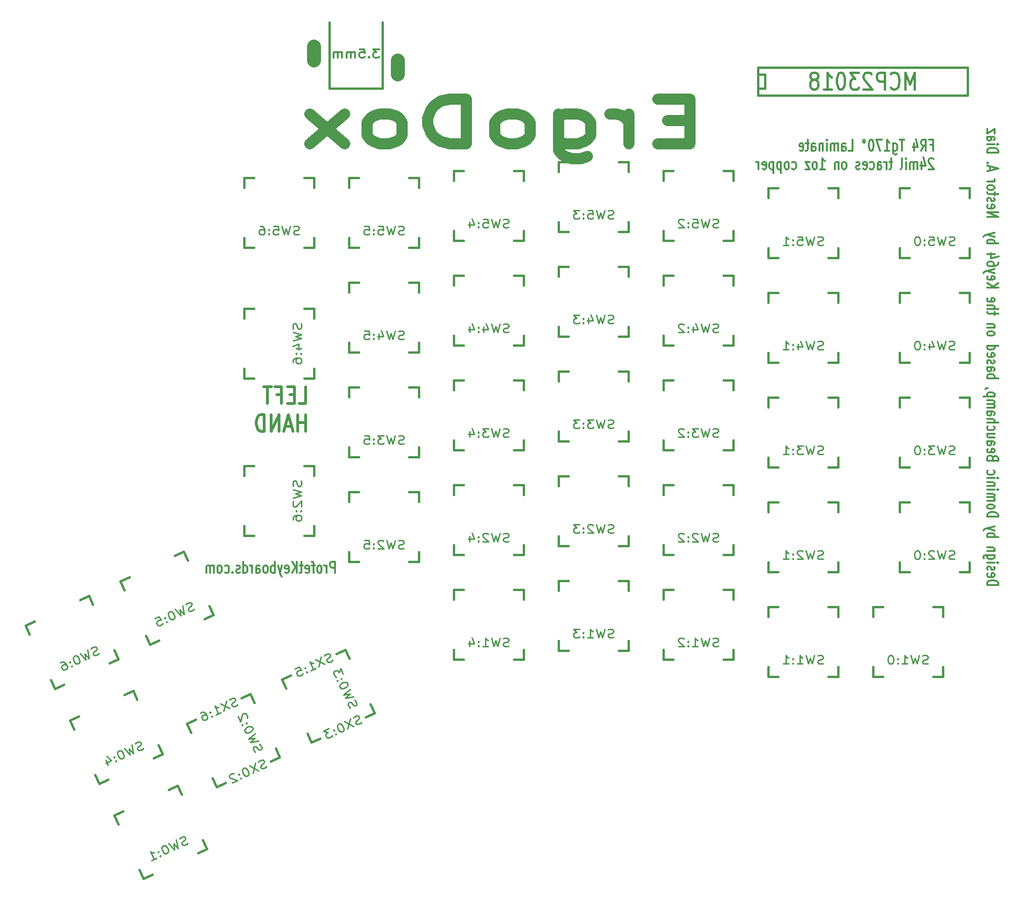
<source format=gbo>
G04 #@! TF.GenerationSoftware,KiCad,Pcbnew,(2016-12-22 revision d365dc5)-makepkg*
G04 #@! TF.CreationDate,2017-01-06T12:14:16-05:00*
G04 #@! TF.ProjectId,ErgoDOX,4572676F444F582E6B696361645F7063,rev?*
G04 #@! TF.FileFunction,Legend,Bot*
G04 #@! TF.FilePolarity,Positive*
%FSLAX46Y46*%
G04 Gerber Fmt 4.6, Leading zero omitted, Abs format (unit mm)*
G04 Created by KiCad (PCBNEW (2016-12-22 revision d365dc5)-makepkg) date 01/06/17 12:14:16*
%MOMM*%
%LPD*%
G01*
G04 APERTURE LIST*
%ADD10C,0.150000*%
%ADD11C,0.304800*%
%ADD12C,2.032000*%
%ADD13C,0.508000*%
%ADD14C,0.381000*%
%ADD15C,2.540000*%
%ADD16C,0.457200*%
%ADD17C,0.254000*%
G04 APERTURE END LIST*
D10*
D11*
X82477714Y-130649238D02*
X82477714Y-128617238D01*
X81897142Y-128617238D01*
X81752000Y-128714000D01*
X81679428Y-128810761D01*
X81606857Y-129004285D01*
X81606857Y-129294571D01*
X81679428Y-129488095D01*
X81752000Y-129584857D01*
X81897142Y-129681619D01*
X82477714Y-129681619D01*
X80953714Y-130649238D02*
X80953714Y-129294571D01*
X80953714Y-129681619D02*
X80881142Y-129488095D01*
X80808571Y-129391333D01*
X80663428Y-129294571D01*
X80518285Y-129294571D01*
X79792571Y-130649238D02*
X79937714Y-130552476D01*
X80010285Y-130455714D01*
X80082857Y-130262190D01*
X80082857Y-129681619D01*
X80010285Y-129488095D01*
X79937714Y-129391333D01*
X79792571Y-129294571D01*
X79574857Y-129294571D01*
X79429714Y-129391333D01*
X79357142Y-129488095D01*
X79284571Y-129681619D01*
X79284571Y-130262190D01*
X79357142Y-130455714D01*
X79429714Y-130552476D01*
X79574857Y-130649238D01*
X79792571Y-130649238D01*
X78849142Y-129294571D02*
X78268571Y-129294571D01*
X78631428Y-130649238D02*
X78631428Y-128907523D01*
X78558857Y-128714000D01*
X78413714Y-128617238D01*
X78268571Y-128617238D01*
X77180000Y-130552476D02*
X77325142Y-130649238D01*
X77615428Y-130649238D01*
X77760571Y-130552476D01*
X77833142Y-130358952D01*
X77833142Y-129584857D01*
X77760571Y-129391333D01*
X77615428Y-129294571D01*
X77325142Y-129294571D01*
X77180000Y-129391333D01*
X77107428Y-129584857D01*
X77107428Y-129778380D01*
X77833142Y-129971904D01*
X76672000Y-129294571D02*
X76091428Y-129294571D01*
X76454285Y-128617238D02*
X76454285Y-130358952D01*
X76381714Y-130552476D01*
X76236571Y-130649238D01*
X76091428Y-130649238D01*
X75583428Y-130649238D02*
X75583428Y-128617238D01*
X74712571Y-130649238D02*
X75365714Y-129488095D01*
X74712571Y-128617238D02*
X75583428Y-129778380D01*
X73478857Y-130552476D02*
X73624000Y-130649238D01*
X73914285Y-130649238D01*
X74059428Y-130552476D01*
X74132000Y-130358952D01*
X74132000Y-129584857D01*
X74059428Y-129391333D01*
X73914285Y-129294571D01*
X73624000Y-129294571D01*
X73478857Y-129391333D01*
X73406285Y-129584857D01*
X73406285Y-129778380D01*
X74132000Y-129971904D01*
X72898285Y-129294571D02*
X72535428Y-130649238D01*
X72172571Y-129294571D02*
X72535428Y-130649238D01*
X72680571Y-131133047D01*
X72753142Y-131229809D01*
X72898285Y-131326571D01*
X71592000Y-130649238D02*
X71592000Y-128617238D01*
X71592000Y-129391333D02*
X71446857Y-129294571D01*
X71156571Y-129294571D01*
X71011428Y-129391333D01*
X70938857Y-129488095D01*
X70866285Y-129681619D01*
X70866285Y-130262190D01*
X70938857Y-130455714D01*
X71011428Y-130552476D01*
X71156571Y-130649238D01*
X71446857Y-130649238D01*
X71592000Y-130552476D01*
X69995428Y-130649238D02*
X70140571Y-130552476D01*
X70213142Y-130455714D01*
X70285714Y-130262190D01*
X70285714Y-129681619D01*
X70213142Y-129488095D01*
X70140571Y-129391333D01*
X69995428Y-129294571D01*
X69777714Y-129294571D01*
X69632571Y-129391333D01*
X69560000Y-129488095D01*
X69487428Y-129681619D01*
X69487428Y-130262190D01*
X69560000Y-130455714D01*
X69632571Y-130552476D01*
X69777714Y-130649238D01*
X69995428Y-130649238D01*
X68181142Y-130649238D02*
X68181142Y-129584857D01*
X68253714Y-129391333D01*
X68398857Y-129294571D01*
X68689142Y-129294571D01*
X68834285Y-129391333D01*
X68181142Y-130552476D02*
X68326285Y-130649238D01*
X68689142Y-130649238D01*
X68834285Y-130552476D01*
X68906857Y-130358952D01*
X68906857Y-130165428D01*
X68834285Y-129971904D01*
X68689142Y-129875142D01*
X68326285Y-129875142D01*
X68181142Y-129778380D01*
X67455428Y-130649238D02*
X67455428Y-129294571D01*
X67455428Y-129681619D02*
X67382857Y-129488095D01*
X67310285Y-129391333D01*
X67165142Y-129294571D01*
X67020000Y-129294571D01*
X65858857Y-130649238D02*
X65858857Y-128617238D01*
X65858857Y-130552476D02*
X66004000Y-130649238D01*
X66294285Y-130649238D01*
X66439428Y-130552476D01*
X66512000Y-130455714D01*
X66584571Y-130262190D01*
X66584571Y-129681619D01*
X66512000Y-129488095D01*
X66439428Y-129391333D01*
X66294285Y-129294571D01*
X66004000Y-129294571D01*
X65858857Y-129391333D01*
X65205714Y-130552476D02*
X65060571Y-130649238D01*
X64770285Y-130649238D01*
X64625142Y-130552476D01*
X64552571Y-130358952D01*
X64552571Y-130262190D01*
X64625142Y-130068666D01*
X64770285Y-129971904D01*
X64988000Y-129971904D01*
X65133142Y-129875142D01*
X65205714Y-129681619D01*
X65205714Y-129584857D01*
X65133142Y-129391333D01*
X64988000Y-129294571D01*
X64770285Y-129294571D01*
X64625142Y-129391333D01*
X63899428Y-130455714D02*
X63826857Y-130552476D01*
X63899428Y-130649238D01*
X63972000Y-130552476D01*
X63899428Y-130455714D01*
X63899428Y-130649238D01*
X62520571Y-130552476D02*
X62665714Y-130649238D01*
X62956000Y-130649238D01*
X63101142Y-130552476D01*
X63173714Y-130455714D01*
X63246285Y-130262190D01*
X63246285Y-129681619D01*
X63173714Y-129488095D01*
X63101142Y-129391333D01*
X62956000Y-129294571D01*
X62665714Y-129294571D01*
X62520571Y-129391333D01*
X61649714Y-130649238D02*
X61794857Y-130552476D01*
X61867428Y-130455714D01*
X61940000Y-130262190D01*
X61940000Y-129681619D01*
X61867428Y-129488095D01*
X61794857Y-129391333D01*
X61649714Y-129294571D01*
X61432000Y-129294571D01*
X61286857Y-129391333D01*
X61214285Y-129488095D01*
X61141714Y-129681619D01*
X61141714Y-130262190D01*
X61214285Y-130455714D01*
X61286857Y-130552476D01*
X61432000Y-130649238D01*
X61649714Y-130649238D01*
X60488571Y-130649238D02*
X60488571Y-129294571D01*
X60488571Y-129488095D02*
X60416000Y-129391333D01*
X60270857Y-129294571D01*
X60053142Y-129294571D01*
X59908000Y-129391333D01*
X59835428Y-129584857D01*
X59835428Y-130649238D01*
X59835428Y-129584857D02*
X59762857Y-129391333D01*
X59617714Y-129294571D01*
X59400000Y-129294571D01*
X59254857Y-129391333D01*
X59182285Y-129584857D01*
X59182285Y-130649238D01*
D12*
X146993428Y-48314428D02*
X142929428Y-48314428D01*
X141187714Y-52571952D02*
X146993428Y-52571952D01*
X146993428Y-44443952D01*
X141187714Y-44443952D01*
X135962571Y-52571952D02*
X135962571Y-47153285D01*
X135962571Y-48701476D02*
X135382000Y-47927380D01*
X134801428Y-47540333D01*
X133640285Y-47153285D01*
X132479142Y-47153285D01*
X123190000Y-47153285D02*
X123190000Y-53733095D01*
X123770571Y-54507190D01*
X124351142Y-54894238D01*
X125512285Y-55281285D01*
X127254000Y-55281285D01*
X128415142Y-54894238D01*
X123190000Y-52184904D02*
X124351142Y-52571952D01*
X126673428Y-52571952D01*
X127834571Y-52184904D01*
X128415142Y-51797857D01*
X128995714Y-51023761D01*
X128995714Y-48701476D01*
X128415142Y-47927380D01*
X127834571Y-47540333D01*
X126673428Y-47153285D01*
X124351142Y-47153285D01*
X123190000Y-47540333D01*
X115642571Y-52571952D02*
X116803714Y-52184904D01*
X117384285Y-51797857D01*
X117964857Y-51023761D01*
X117964857Y-48701476D01*
X117384285Y-47927380D01*
X116803714Y-47540333D01*
X115642571Y-47153285D01*
X113900857Y-47153285D01*
X112739714Y-47540333D01*
X112159142Y-47927380D01*
X111578571Y-48701476D01*
X111578571Y-51023761D01*
X112159142Y-51797857D01*
X112739714Y-52184904D01*
X113900857Y-52571952D01*
X115642571Y-52571952D01*
X106353428Y-52571952D02*
X106353428Y-44443952D01*
X103450571Y-44443952D01*
X101708857Y-44831000D01*
X100547714Y-45605095D01*
X99967142Y-46379190D01*
X99386571Y-47927380D01*
X99386571Y-49088523D01*
X99967142Y-50636714D01*
X100547714Y-51410809D01*
X101708857Y-52184904D01*
X103450571Y-52571952D01*
X106353428Y-52571952D01*
X92419714Y-52571952D02*
X93580857Y-52184904D01*
X94161428Y-51797857D01*
X94742000Y-51023761D01*
X94742000Y-48701476D01*
X94161428Y-47927380D01*
X93580857Y-47540333D01*
X92419714Y-47153285D01*
X90678000Y-47153285D01*
X89516857Y-47540333D01*
X88936285Y-47927380D01*
X88355714Y-48701476D01*
X88355714Y-51023761D01*
X88936285Y-51797857D01*
X89516857Y-52184904D01*
X90678000Y-52571952D01*
X92419714Y-52571952D01*
X84291714Y-52571952D02*
X77905428Y-47153285D01*
X84291714Y-47153285D02*
X77905428Y-52571952D01*
D13*
X75960514Y-99803857D02*
X77170038Y-99803857D01*
X77170038Y-96755857D01*
X75113847Y-98207285D02*
X74267180Y-98207285D01*
X73904323Y-99803857D02*
X75113847Y-99803857D01*
X75113847Y-96755857D01*
X73904323Y-96755857D01*
X71969085Y-98207285D02*
X72815752Y-98207285D01*
X72815752Y-99803857D02*
X72815752Y-96755857D01*
X71606228Y-96755857D01*
X71001466Y-96755857D02*
X69550038Y-96755857D01*
X70275752Y-99803857D02*
X70275752Y-96755857D01*
X77170038Y-104883857D02*
X77170038Y-101835857D01*
X77170038Y-103287285D02*
X75718609Y-103287285D01*
X75718609Y-104883857D02*
X75718609Y-101835857D01*
X74630038Y-104013000D02*
X73420514Y-104013000D01*
X74871942Y-104883857D02*
X74025276Y-101835857D01*
X73178609Y-104883857D01*
X72331942Y-104883857D02*
X72331942Y-101835857D01*
X70880514Y-104883857D01*
X70880514Y-101835857D01*
X69670990Y-104883857D02*
X69670990Y-101835857D01*
X69066228Y-101835857D01*
X68703371Y-101981000D01*
X68461466Y-102271285D01*
X68340514Y-102561571D01*
X68219561Y-103142142D01*
X68219561Y-103577571D01*
X68340514Y-104158142D01*
X68461466Y-104448428D01*
X68703371Y-104738714D01*
X69066228Y-104883857D01*
X69670990Y-104883857D01*
D11*
X190701022Y-52788457D02*
X191209022Y-52788457D01*
X191209022Y-53852838D02*
X191209022Y-51820838D01*
X190483308Y-51820838D01*
X189031880Y-53852838D02*
X189539880Y-52885219D01*
X189902737Y-53852838D02*
X189902737Y-51820838D01*
X189322165Y-51820838D01*
X189177022Y-51917600D01*
X189104451Y-52014361D01*
X189031880Y-52207885D01*
X189031880Y-52498171D01*
X189104451Y-52691695D01*
X189177022Y-52788457D01*
X189322165Y-52885219D01*
X189902737Y-52885219D01*
X187725594Y-52498171D02*
X187725594Y-53852838D01*
X188088451Y-51724076D02*
X188451308Y-53175504D01*
X187507880Y-53175504D01*
X185983880Y-51820838D02*
X185113022Y-51820838D01*
X185548451Y-53852838D02*
X185548451Y-51820838D01*
X183951880Y-52498171D02*
X183951880Y-54143123D01*
X184024451Y-54336647D01*
X184097022Y-54433409D01*
X184242165Y-54530171D01*
X184459880Y-54530171D01*
X184605022Y-54433409D01*
X183951880Y-53756076D02*
X184097022Y-53852838D01*
X184387308Y-53852838D01*
X184532451Y-53756076D01*
X184605022Y-53659314D01*
X184677594Y-53465790D01*
X184677594Y-52885219D01*
X184605022Y-52691695D01*
X184532451Y-52594933D01*
X184387308Y-52498171D01*
X184097022Y-52498171D01*
X183951880Y-52594933D01*
X182427880Y-53852838D02*
X183298737Y-53852838D01*
X182863308Y-53852838D02*
X182863308Y-51820838D01*
X183008451Y-52111123D01*
X183153594Y-52304647D01*
X183298737Y-52401409D01*
X181919880Y-51820838D02*
X180903880Y-51820838D01*
X181557022Y-53852838D01*
X180033022Y-51820838D02*
X179887880Y-51820838D01*
X179742737Y-51917600D01*
X179670165Y-52014361D01*
X179597594Y-52207885D01*
X179525022Y-52594933D01*
X179525022Y-53078742D01*
X179597594Y-53465790D01*
X179670165Y-53659314D01*
X179742737Y-53756076D01*
X179887880Y-53852838D01*
X180033022Y-53852838D01*
X180178165Y-53756076D01*
X180250737Y-53659314D01*
X180323308Y-53465790D01*
X180395880Y-53078742D01*
X180395880Y-52594933D01*
X180323308Y-52207885D01*
X180250737Y-52014361D01*
X180178165Y-51917600D01*
X180033022Y-51820838D01*
X178654165Y-51820838D02*
X178799308Y-51917600D01*
X178871880Y-52111123D01*
X178799308Y-52304647D01*
X178654165Y-52401409D01*
X178509022Y-52304647D01*
X178436451Y-52111123D01*
X178509022Y-51917600D01*
X178654165Y-51820838D01*
X175823880Y-53852838D02*
X176549594Y-53852838D01*
X176549594Y-51820838D01*
X174662737Y-53852838D02*
X174662737Y-52788457D01*
X174735308Y-52594933D01*
X174880451Y-52498171D01*
X175170737Y-52498171D01*
X175315880Y-52594933D01*
X174662737Y-53756076D02*
X174807880Y-53852838D01*
X175170737Y-53852838D01*
X175315880Y-53756076D01*
X175388451Y-53562552D01*
X175388451Y-53369028D01*
X175315880Y-53175504D01*
X175170737Y-53078742D01*
X174807880Y-53078742D01*
X174662737Y-52981980D01*
X173937022Y-53852838D02*
X173937022Y-52498171D01*
X173937022Y-52691695D02*
X173864451Y-52594933D01*
X173719308Y-52498171D01*
X173501594Y-52498171D01*
X173356451Y-52594933D01*
X173283880Y-52788457D01*
X173283880Y-53852838D01*
X173283880Y-52788457D02*
X173211308Y-52594933D01*
X173066165Y-52498171D01*
X172848451Y-52498171D01*
X172703308Y-52594933D01*
X172630737Y-52788457D01*
X172630737Y-53852838D01*
X171905022Y-53852838D02*
X171905022Y-52498171D01*
X171905022Y-51820838D02*
X171977594Y-51917600D01*
X171905022Y-52014361D01*
X171832451Y-51917600D01*
X171905022Y-51820838D01*
X171905022Y-52014361D01*
X171179308Y-52498171D02*
X171179308Y-53852838D01*
X171179308Y-52691695D02*
X171106737Y-52594933D01*
X170961594Y-52498171D01*
X170743880Y-52498171D01*
X170598737Y-52594933D01*
X170526165Y-52788457D01*
X170526165Y-53852838D01*
X169147308Y-53852838D02*
X169147308Y-52788457D01*
X169219880Y-52594933D01*
X169365022Y-52498171D01*
X169655308Y-52498171D01*
X169800451Y-52594933D01*
X169147308Y-53756076D02*
X169292451Y-53852838D01*
X169655308Y-53852838D01*
X169800451Y-53756076D01*
X169873022Y-53562552D01*
X169873022Y-53369028D01*
X169800451Y-53175504D01*
X169655308Y-53078742D01*
X169292451Y-53078742D01*
X169147308Y-52981980D01*
X168639308Y-52498171D02*
X168058737Y-52498171D01*
X168421594Y-51820838D02*
X168421594Y-53562552D01*
X168349022Y-53756076D01*
X168203880Y-53852838D01*
X168058737Y-53852838D01*
X166970165Y-53756076D02*
X167115308Y-53852838D01*
X167405594Y-53852838D01*
X167550737Y-53756076D01*
X167623308Y-53562552D01*
X167623308Y-52788457D01*
X167550737Y-52594933D01*
X167405594Y-52498171D01*
X167115308Y-52498171D01*
X166970165Y-52594933D01*
X166897594Y-52788457D01*
X166897594Y-52981980D01*
X167623308Y-53175504D01*
X191281594Y-55367161D02*
X191209022Y-55270400D01*
X191063880Y-55173638D01*
X190701022Y-55173638D01*
X190555880Y-55270400D01*
X190483308Y-55367161D01*
X190410737Y-55560685D01*
X190410737Y-55754209D01*
X190483308Y-56044495D01*
X191354165Y-57205638D01*
X190410737Y-57205638D01*
X189104451Y-55850971D02*
X189104451Y-57205638D01*
X189467308Y-55076876D02*
X189830165Y-56528304D01*
X188886737Y-56528304D01*
X188306165Y-57205638D02*
X188306165Y-55850971D01*
X188306165Y-56044495D02*
X188233594Y-55947733D01*
X188088451Y-55850971D01*
X187870737Y-55850971D01*
X187725594Y-55947733D01*
X187653022Y-56141257D01*
X187653022Y-57205638D01*
X187653022Y-56141257D02*
X187580451Y-55947733D01*
X187435308Y-55850971D01*
X187217594Y-55850971D01*
X187072451Y-55947733D01*
X186999880Y-56141257D01*
X186999880Y-57205638D01*
X186274165Y-57205638D02*
X186274165Y-55850971D01*
X186274165Y-55173638D02*
X186346737Y-55270400D01*
X186274165Y-55367161D01*
X186201594Y-55270400D01*
X186274165Y-55173638D01*
X186274165Y-55367161D01*
X185330737Y-57205638D02*
X185475880Y-57108876D01*
X185548451Y-56915352D01*
X185548451Y-55173638D01*
X183806737Y-55850971D02*
X183226165Y-55850971D01*
X183589022Y-55173638D02*
X183589022Y-56915352D01*
X183516451Y-57108876D01*
X183371308Y-57205638D01*
X183226165Y-57205638D01*
X182718165Y-57205638D02*
X182718165Y-55850971D01*
X182718165Y-56238019D02*
X182645594Y-56044495D01*
X182573022Y-55947733D01*
X182427880Y-55850971D01*
X182282737Y-55850971D01*
X181121594Y-57205638D02*
X181121594Y-56141257D01*
X181194165Y-55947733D01*
X181339308Y-55850971D01*
X181629594Y-55850971D01*
X181774737Y-55947733D01*
X181121594Y-57108876D02*
X181266737Y-57205638D01*
X181629594Y-57205638D01*
X181774737Y-57108876D01*
X181847308Y-56915352D01*
X181847308Y-56721828D01*
X181774737Y-56528304D01*
X181629594Y-56431542D01*
X181266737Y-56431542D01*
X181121594Y-56334780D01*
X179742737Y-57108876D02*
X179887880Y-57205638D01*
X180178165Y-57205638D01*
X180323308Y-57108876D01*
X180395880Y-57012114D01*
X180468451Y-56818590D01*
X180468451Y-56238019D01*
X180395880Y-56044495D01*
X180323308Y-55947733D01*
X180178165Y-55850971D01*
X179887880Y-55850971D01*
X179742737Y-55947733D01*
X178509022Y-57108876D02*
X178654165Y-57205638D01*
X178944451Y-57205638D01*
X179089594Y-57108876D01*
X179162165Y-56915352D01*
X179162165Y-56141257D01*
X179089594Y-55947733D01*
X178944451Y-55850971D01*
X178654165Y-55850971D01*
X178509022Y-55947733D01*
X178436451Y-56141257D01*
X178436451Y-56334780D01*
X179162165Y-56528304D01*
X177855880Y-57108876D02*
X177710737Y-57205638D01*
X177420451Y-57205638D01*
X177275308Y-57108876D01*
X177202737Y-56915352D01*
X177202737Y-56818590D01*
X177275308Y-56625066D01*
X177420451Y-56528304D01*
X177638165Y-56528304D01*
X177783308Y-56431542D01*
X177855880Y-56238019D01*
X177855880Y-56141257D01*
X177783308Y-55947733D01*
X177638165Y-55850971D01*
X177420451Y-55850971D01*
X177275308Y-55947733D01*
X175170737Y-57205638D02*
X175315880Y-57108876D01*
X175388451Y-57012114D01*
X175461022Y-56818590D01*
X175461022Y-56238019D01*
X175388451Y-56044495D01*
X175315880Y-55947733D01*
X175170737Y-55850971D01*
X174953022Y-55850971D01*
X174807880Y-55947733D01*
X174735308Y-56044495D01*
X174662737Y-56238019D01*
X174662737Y-56818590D01*
X174735308Y-57012114D01*
X174807880Y-57108876D01*
X174953022Y-57205638D01*
X175170737Y-57205638D01*
X174009594Y-55850971D02*
X174009594Y-57205638D01*
X174009594Y-56044495D02*
X173937022Y-55947733D01*
X173791880Y-55850971D01*
X173574165Y-55850971D01*
X173429022Y-55947733D01*
X173356451Y-56141257D01*
X173356451Y-57205638D01*
X170671308Y-57205638D02*
X171542165Y-57205638D01*
X171106737Y-57205638D02*
X171106737Y-55173638D01*
X171251880Y-55463923D01*
X171397022Y-55657447D01*
X171542165Y-55754209D01*
X169800451Y-57205638D02*
X169945594Y-57108876D01*
X170018165Y-57012114D01*
X170090737Y-56818590D01*
X170090737Y-56238019D01*
X170018165Y-56044495D01*
X169945594Y-55947733D01*
X169800451Y-55850971D01*
X169582737Y-55850971D01*
X169437594Y-55947733D01*
X169365022Y-56044495D01*
X169292451Y-56238019D01*
X169292451Y-56818590D01*
X169365022Y-57012114D01*
X169437594Y-57108876D01*
X169582737Y-57205638D01*
X169800451Y-57205638D01*
X168784451Y-55850971D02*
X167986165Y-55850971D01*
X168784451Y-57205638D01*
X167986165Y-57205638D01*
X165591308Y-57108876D02*
X165736451Y-57205638D01*
X166026737Y-57205638D01*
X166171880Y-57108876D01*
X166244451Y-57012114D01*
X166317022Y-56818590D01*
X166317022Y-56238019D01*
X166244451Y-56044495D01*
X166171880Y-55947733D01*
X166026737Y-55850971D01*
X165736451Y-55850971D01*
X165591308Y-55947733D01*
X164720451Y-57205638D02*
X164865594Y-57108876D01*
X164938165Y-57012114D01*
X165010737Y-56818590D01*
X165010737Y-56238019D01*
X164938165Y-56044495D01*
X164865594Y-55947733D01*
X164720451Y-55850971D01*
X164502737Y-55850971D01*
X164357594Y-55947733D01*
X164285022Y-56044495D01*
X164212451Y-56238019D01*
X164212451Y-56818590D01*
X164285022Y-57012114D01*
X164357594Y-57108876D01*
X164502737Y-57205638D01*
X164720451Y-57205638D01*
X163559308Y-55850971D02*
X163559308Y-57882971D01*
X163559308Y-55947733D02*
X163414165Y-55850971D01*
X163123880Y-55850971D01*
X162978737Y-55947733D01*
X162906165Y-56044495D01*
X162833594Y-56238019D01*
X162833594Y-56818590D01*
X162906165Y-57012114D01*
X162978737Y-57108876D01*
X163123880Y-57205638D01*
X163414165Y-57205638D01*
X163559308Y-57108876D01*
X162180451Y-55850971D02*
X162180451Y-57882971D01*
X162180451Y-55947733D02*
X162035308Y-55850971D01*
X161745022Y-55850971D01*
X161599880Y-55947733D01*
X161527308Y-56044495D01*
X161454737Y-56238019D01*
X161454737Y-56818590D01*
X161527308Y-57012114D01*
X161599880Y-57108876D01*
X161745022Y-57205638D01*
X162035308Y-57205638D01*
X162180451Y-57108876D01*
X160221022Y-57108876D02*
X160366165Y-57205638D01*
X160656451Y-57205638D01*
X160801594Y-57108876D01*
X160874165Y-56915352D01*
X160874165Y-56141257D01*
X160801594Y-55947733D01*
X160656451Y-55850971D01*
X160366165Y-55850971D01*
X160221022Y-55947733D01*
X160148451Y-56141257D01*
X160148451Y-56334780D01*
X160874165Y-56528304D01*
X159495308Y-57205638D02*
X159495308Y-55850971D01*
X159495308Y-56238019D02*
X159422737Y-56044495D01*
X159350165Y-55947733D01*
X159205022Y-55850971D01*
X159059880Y-55850971D01*
X201010761Y-132841999D02*
X203042761Y-132841999D01*
X203042761Y-132479142D01*
X202946000Y-132261428D01*
X202752476Y-132116285D01*
X202558952Y-132043714D01*
X202171904Y-131971142D01*
X201881619Y-131971142D01*
X201494571Y-132043714D01*
X201301047Y-132116285D01*
X201107523Y-132261428D01*
X201010761Y-132479142D01*
X201010761Y-132841999D01*
X201107523Y-130737428D02*
X201010761Y-130882571D01*
X201010761Y-131172857D01*
X201107523Y-131317999D01*
X201301047Y-131390571D01*
X202075142Y-131390571D01*
X202268666Y-131317999D01*
X202365428Y-131172857D01*
X202365428Y-130882571D01*
X202268666Y-130737428D01*
X202075142Y-130664857D01*
X201881619Y-130664857D01*
X201688095Y-131390571D01*
X201107523Y-130084285D02*
X201010761Y-129939142D01*
X201010761Y-129648857D01*
X201107523Y-129503714D01*
X201301047Y-129431142D01*
X201397809Y-129431142D01*
X201591333Y-129503714D01*
X201688095Y-129648857D01*
X201688095Y-129866571D01*
X201784857Y-130011714D01*
X201978380Y-130084285D01*
X202075142Y-130084285D01*
X202268666Y-130011714D01*
X202365428Y-129866571D01*
X202365428Y-129648857D01*
X202268666Y-129503714D01*
X201010761Y-128777999D02*
X202365428Y-128777999D01*
X203042761Y-128777999D02*
X202946000Y-128850571D01*
X202849238Y-128777999D01*
X202946000Y-128705428D01*
X203042761Y-128777999D01*
X202849238Y-128777999D01*
X202365428Y-127399142D02*
X200720476Y-127399142D01*
X200526952Y-127471714D01*
X200430190Y-127544285D01*
X200333428Y-127689428D01*
X200333428Y-127907142D01*
X200430190Y-128052285D01*
X201107523Y-127399142D02*
X201010761Y-127544285D01*
X201010761Y-127834571D01*
X201107523Y-127979714D01*
X201204285Y-128052285D01*
X201397809Y-128124857D01*
X201978380Y-128124857D01*
X202171904Y-128052285D01*
X202268666Y-127979714D01*
X202365428Y-127834571D01*
X202365428Y-127544285D01*
X202268666Y-127399142D01*
X202365428Y-126673428D02*
X201010761Y-126673428D01*
X202171904Y-126673428D02*
X202268666Y-126600857D01*
X202365428Y-126455714D01*
X202365428Y-126237999D01*
X202268666Y-126092857D01*
X202075142Y-126020285D01*
X201010761Y-126020285D01*
X201010761Y-124133428D02*
X203042761Y-124133428D01*
X202268666Y-124133428D02*
X202365428Y-123988285D01*
X202365428Y-123697999D01*
X202268666Y-123552857D01*
X202171904Y-123480285D01*
X201978380Y-123407714D01*
X201397809Y-123407714D01*
X201204285Y-123480285D01*
X201107523Y-123552857D01*
X201010761Y-123697999D01*
X201010761Y-123988285D01*
X201107523Y-124133428D01*
X202365428Y-122899714D02*
X201010761Y-122536857D01*
X202365428Y-122173999D02*
X201010761Y-122536857D01*
X200526952Y-122681999D01*
X200430190Y-122754571D01*
X200333428Y-122899714D01*
X201010761Y-120432285D02*
X203042761Y-120432285D01*
X203042761Y-120069428D01*
X202946000Y-119851714D01*
X202752476Y-119706571D01*
X202558952Y-119633999D01*
X202171904Y-119561428D01*
X201881619Y-119561428D01*
X201494571Y-119633999D01*
X201301047Y-119706571D01*
X201107523Y-119851714D01*
X201010761Y-120069428D01*
X201010761Y-120432285D01*
X201010761Y-118690571D02*
X201107523Y-118835714D01*
X201204285Y-118908285D01*
X201397809Y-118980857D01*
X201978380Y-118980857D01*
X202171904Y-118908285D01*
X202268666Y-118835714D01*
X202365428Y-118690571D01*
X202365428Y-118472857D01*
X202268666Y-118327714D01*
X202171904Y-118255142D01*
X201978380Y-118182571D01*
X201397809Y-118182571D01*
X201204285Y-118255142D01*
X201107523Y-118327714D01*
X201010761Y-118472857D01*
X201010761Y-118690571D01*
X201010761Y-117529428D02*
X202365428Y-117529428D01*
X202171904Y-117529428D02*
X202268666Y-117456857D01*
X202365428Y-117311714D01*
X202365428Y-117093999D01*
X202268666Y-116948857D01*
X202075142Y-116876285D01*
X201010761Y-116876285D01*
X202075142Y-116876285D02*
X202268666Y-116803714D01*
X202365428Y-116658571D01*
X202365428Y-116440857D01*
X202268666Y-116295714D01*
X202075142Y-116223142D01*
X201010761Y-116223142D01*
X201010761Y-115497428D02*
X202365428Y-115497428D01*
X203042761Y-115497428D02*
X202946000Y-115569999D01*
X202849238Y-115497428D01*
X202946000Y-115424857D01*
X203042761Y-115497428D01*
X202849238Y-115497428D01*
X202365428Y-114771714D02*
X201010761Y-114771714D01*
X202171904Y-114771714D02*
X202268666Y-114699142D01*
X202365428Y-114553999D01*
X202365428Y-114336285D01*
X202268666Y-114191142D01*
X202075142Y-114118571D01*
X201010761Y-114118571D01*
X201010761Y-113392857D02*
X202365428Y-113392857D01*
X203042761Y-113392857D02*
X202946000Y-113465428D01*
X202849238Y-113392857D01*
X202946000Y-113320285D01*
X203042761Y-113392857D01*
X202849238Y-113392857D01*
X201107523Y-112013999D02*
X201010761Y-112159142D01*
X201010761Y-112449428D01*
X201107523Y-112594571D01*
X201204285Y-112667142D01*
X201397809Y-112739714D01*
X201978380Y-112739714D01*
X202171904Y-112667142D01*
X202268666Y-112594571D01*
X202365428Y-112449428D01*
X202365428Y-112159142D01*
X202268666Y-112013999D01*
X202075142Y-109691714D02*
X201978380Y-109473999D01*
X201881619Y-109401428D01*
X201688095Y-109328857D01*
X201397809Y-109328857D01*
X201204285Y-109401428D01*
X201107523Y-109473999D01*
X201010761Y-109619142D01*
X201010761Y-110199714D01*
X203042761Y-110199714D01*
X203042761Y-109691714D01*
X202946000Y-109546571D01*
X202849238Y-109473999D01*
X202655714Y-109401428D01*
X202462190Y-109401428D01*
X202268666Y-109473999D01*
X202171904Y-109546571D01*
X202075142Y-109691714D01*
X202075142Y-110199714D01*
X201107523Y-108095142D02*
X201010761Y-108240285D01*
X201010761Y-108530571D01*
X201107523Y-108675714D01*
X201301047Y-108748285D01*
X202075142Y-108748285D01*
X202268666Y-108675714D01*
X202365428Y-108530571D01*
X202365428Y-108240285D01*
X202268666Y-108095142D01*
X202075142Y-108022571D01*
X201881619Y-108022571D01*
X201688095Y-108748285D01*
X201010761Y-106716285D02*
X202075142Y-106716285D01*
X202268666Y-106788857D01*
X202365428Y-106933999D01*
X202365428Y-107224285D01*
X202268666Y-107369428D01*
X201107523Y-106716285D02*
X201010761Y-106861428D01*
X201010761Y-107224285D01*
X201107523Y-107369428D01*
X201301047Y-107441999D01*
X201494571Y-107441999D01*
X201688095Y-107369428D01*
X201784857Y-107224285D01*
X201784857Y-106861428D01*
X201881619Y-106716285D01*
X202365428Y-105337428D02*
X201010761Y-105337428D01*
X202365428Y-105990571D02*
X201301047Y-105990571D01*
X201107523Y-105917999D01*
X201010761Y-105772857D01*
X201010761Y-105555142D01*
X201107523Y-105409999D01*
X201204285Y-105337428D01*
X201107523Y-103958571D02*
X201010761Y-104103714D01*
X201010761Y-104393999D01*
X201107523Y-104539142D01*
X201204285Y-104611714D01*
X201397809Y-104684285D01*
X201978380Y-104684285D01*
X202171904Y-104611714D01*
X202268666Y-104539142D01*
X202365428Y-104393999D01*
X202365428Y-104103714D01*
X202268666Y-103958571D01*
X201010761Y-103305428D02*
X203042761Y-103305428D01*
X201010761Y-102652285D02*
X202075142Y-102652285D01*
X202268666Y-102724857D01*
X202365428Y-102869999D01*
X202365428Y-103087714D01*
X202268666Y-103232857D01*
X202171904Y-103305428D01*
X201010761Y-101273428D02*
X202075142Y-101273428D01*
X202268666Y-101345999D01*
X202365428Y-101491142D01*
X202365428Y-101781428D01*
X202268666Y-101926571D01*
X201107523Y-101273428D02*
X201010761Y-101418571D01*
X201010761Y-101781428D01*
X201107523Y-101926571D01*
X201301047Y-101999142D01*
X201494571Y-101999142D01*
X201688095Y-101926571D01*
X201784857Y-101781428D01*
X201784857Y-101418571D01*
X201881619Y-101273428D01*
X201010761Y-100547714D02*
X202365428Y-100547714D01*
X202171904Y-100547714D02*
X202268666Y-100475142D01*
X202365428Y-100329999D01*
X202365428Y-100112285D01*
X202268666Y-99967142D01*
X202075142Y-99894571D01*
X201010761Y-99894571D01*
X202075142Y-99894571D02*
X202268666Y-99821999D01*
X202365428Y-99676857D01*
X202365428Y-99459142D01*
X202268666Y-99313999D01*
X202075142Y-99241428D01*
X201010761Y-99241428D01*
X202365428Y-98515714D02*
X200333428Y-98515714D01*
X202268666Y-98515714D02*
X202365428Y-98370571D01*
X202365428Y-98080285D01*
X202268666Y-97935142D01*
X202171904Y-97862571D01*
X201978380Y-97789999D01*
X201397809Y-97789999D01*
X201204285Y-97862571D01*
X201107523Y-97935142D01*
X201010761Y-98080285D01*
X201010761Y-98370571D01*
X201107523Y-98515714D01*
X201107523Y-97064285D02*
X201010761Y-97064285D01*
X200817238Y-97136857D01*
X200720476Y-97209428D01*
X201010761Y-95249999D02*
X203042761Y-95249999D01*
X202268666Y-95249999D02*
X202365428Y-95104857D01*
X202365428Y-94814571D01*
X202268666Y-94669428D01*
X202171904Y-94596857D01*
X201978380Y-94524285D01*
X201397809Y-94524285D01*
X201204285Y-94596857D01*
X201107523Y-94669428D01*
X201010761Y-94814571D01*
X201010761Y-95104857D01*
X201107523Y-95249999D01*
X201010761Y-93217999D02*
X202075142Y-93217999D01*
X202268666Y-93290571D01*
X202365428Y-93435714D01*
X202365428Y-93725999D01*
X202268666Y-93871142D01*
X201107523Y-93217999D02*
X201010761Y-93363142D01*
X201010761Y-93725999D01*
X201107523Y-93871142D01*
X201301047Y-93943714D01*
X201494571Y-93943714D01*
X201688095Y-93871142D01*
X201784857Y-93725999D01*
X201784857Y-93363142D01*
X201881619Y-93217999D01*
X201107523Y-92564857D02*
X201010761Y-92419714D01*
X201010761Y-92129428D01*
X201107523Y-91984285D01*
X201301047Y-91911714D01*
X201397809Y-91911714D01*
X201591333Y-91984285D01*
X201688095Y-92129428D01*
X201688095Y-92347142D01*
X201784857Y-92492285D01*
X201978380Y-92564857D01*
X202075142Y-92564857D01*
X202268666Y-92492285D01*
X202365428Y-92347142D01*
X202365428Y-92129428D01*
X202268666Y-91984285D01*
X201107523Y-90677999D02*
X201010761Y-90823142D01*
X201010761Y-91113428D01*
X201107523Y-91258571D01*
X201301047Y-91331142D01*
X202075142Y-91331142D01*
X202268666Y-91258571D01*
X202365428Y-91113428D01*
X202365428Y-90823142D01*
X202268666Y-90677999D01*
X202075142Y-90605428D01*
X201881619Y-90605428D01*
X201688095Y-91331142D01*
X201010761Y-89299142D02*
X203042761Y-89299142D01*
X201107523Y-89299142D02*
X201010761Y-89444285D01*
X201010761Y-89734571D01*
X201107523Y-89879714D01*
X201204285Y-89952285D01*
X201397809Y-90024857D01*
X201978380Y-90024857D01*
X202171904Y-89952285D01*
X202268666Y-89879714D01*
X202365428Y-89734571D01*
X202365428Y-89444285D01*
X202268666Y-89299142D01*
X201010761Y-87194571D02*
X201107523Y-87339714D01*
X201204285Y-87412285D01*
X201397809Y-87484857D01*
X201978380Y-87484857D01*
X202171904Y-87412285D01*
X202268666Y-87339714D01*
X202365428Y-87194571D01*
X202365428Y-86976857D01*
X202268666Y-86831714D01*
X202171904Y-86759142D01*
X201978380Y-86686571D01*
X201397809Y-86686571D01*
X201204285Y-86759142D01*
X201107523Y-86831714D01*
X201010761Y-86976857D01*
X201010761Y-87194571D01*
X202365428Y-86033428D02*
X201010761Y-86033428D01*
X202171904Y-86033428D02*
X202268666Y-85960857D01*
X202365428Y-85815714D01*
X202365428Y-85597999D01*
X202268666Y-85452857D01*
X202075142Y-85380285D01*
X201010761Y-85380285D01*
X202365428Y-83711142D02*
X202365428Y-83130571D01*
X203042761Y-83493428D02*
X201301047Y-83493428D01*
X201107523Y-83420857D01*
X201010761Y-83275714D01*
X201010761Y-83130571D01*
X201010761Y-82622571D02*
X203042761Y-82622571D01*
X201010761Y-81969428D02*
X202075142Y-81969428D01*
X202268666Y-82041999D01*
X202365428Y-82187142D01*
X202365428Y-82404857D01*
X202268666Y-82549999D01*
X202171904Y-82622571D01*
X201107523Y-80663142D02*
X201010761Y-80808285D01*
X201010761Y-81098571D01*
X201107523Y-81243714D01*
X201301047Y-81316285D01*
X202075142Y-81316285D01*
X202268666Y-81243714D01*
X202365428Y-81098571D01*
X202365428Y-80808285D01*
X202268666Y-80663142D01*
X202075142Y-80590571D01*
X201881619Y-80590571D01*
X201688095Y-81316285D01*
X201010761Y-78776285D02*
X203042761Y-78776285D01*
X201010761Y-77905428D02*
X202171904Y-78558571D01*
X203042761Y-77905428D02*
X201881619Y-78776285D01*
X201107523Y-76671714D02*
X201010761Y-76816857D01*
X201010761Y-77107142D01*
X201107523Y-77252285D01*
X201301047Y-77324857D01*
X202075142Y-77324857D01*
X202268666Y-77252285D01*
X202365428Y-77107142D01*
X202365428Y-76816857D01*
X202268666Y-76671714D01*
X202075142Y-76599142D01*
X201881619Y-76599142D01*
X201688095Y-77324857D01*
X202365428Y-76091142D02*
X201010761Y-75728285D01*
X202365428Y-75365428D02*
X201010761Y-75728285D01*
X200526952Y-75873428D01*
X200430190Y-75945999D01*
X200333428Y-76091142D01*
X203042761Y-74131714D02*
X203042761Y-74421999D01*
X202946000Y-74567142D01*
X202849238Y-74639714D01*
X202558952Y-74784857D01*
X202171904Y-74857428D01*
X201397809Y-74857428D01*
X201204285Y-74784857D01*
X201107523Y-74712285D01*
X201010761Y-74567142D01*
X201010761Y-74276857D01*
X201107523Y-74131714D01*
X201204285Y-74059142D01*
X201397809Y-73986571D01*
X201881619Y-73986571D01*
X202075142Y-74059142D01*
X202171904Y-74131714D01*
X202268666Y-74276857D01*
X202268666Y-74567142D01*
X202171904Y-74712285D01*
X202075142Y-74784857D01*
X201881619Y-74857428D01*
X202365428Y-72680285D02*
X201010761Y-72680285D01*
X203139523Y-73043142D02*
X201688095Y-73405999D01*
X201688095Y-72462571D01*
X201010761Y-70720857D02*
X203042761Y-70720857D01*
X202268666Y-70720857D02*
X202365428Y-70575714D01*
X202365428Y-70285428D01*
X202268666Y-70140285D01*
X202171904Y-70067714D01*
X201978380Y-69995142D01*
X201397809Y-69995142D01*
X201204285Y-70067714D01*
X201107523Y-70140285D01*
X201010761Y-70285428D01*
X201010761Y-70575714D01*
X201107523Y-70720857D01*
X202365428Y-69487142D02*
X201010761Y-69124285D01*
X202365428Y-68761428D02*
X201010761Y-69124285D01*
X200526952Y-69269428D01*
X200430190Y-69341999D01*
X200333428Y-69487142D01*
X201010761Y-65858571D02*
X203042761Y-65858571D01*
X201010761Y-64987714D01*
X203042761Y-64987714D01*
X201107523Y-63681428D02*
X201010761Y-63826571D01*
X201010761Y-64116857D01*
X201107523Y-64261999D01*
X201301047Y-64334571D01*
X202075142Y-64334571D01*
X202268666Y-64261999D01*
X202365428Y-64116857D01*
X202365428Y-63826571D01*
X202268666Y-63681428D01*
X202075142Y-63608857D01*
X201881619Y-63608857D01*
X201688095Y-64334571D01*
X201107523Y-63028285D02*
X201010761Y-62883142D01*
X201010761Y-62592857D01*
X201107523Y-62447714D01*
X201301047Y-62375142D01*
X201397809Y-62375142D01*
X201591333Y-62447714D01*
X201688095Y-62592857D01*
X201688095Y-62810571D01*
X201784857Y-62955714D01*
X201978380Y-63028285D01*
X202075142Y-63028285D01*
X202268666Y-62955714D01*
X202365428Y-62810571D01*
X202365428Y-62592857D01*
X202268666Y-62447714D01*
X202365428Y-61939714D02*
X202365428Y-61359142D01*
X203042761Y-61721999D02*
X201301047Y-61721999D01*
X201107523Y-61649428D01*
X201010761Y-61504285D01*
X201010761Y-61359142D01*
X201010761Y-60633428D02*
X201107523Y-60778571D01*
X201204285Y-60851142D01*
X201397809Y-60923714D01*
X201978380Y-60923714D01*
X202171904Y-60851142D01*
X202268666Y-60778571D01*
X202365428Y-60633428D01*
X202365428Y-60415714D01*
X202268666Y-60270571D01*
X202171904Y-60197999D01*
X201978380Y-60125428D01*
X201397809Y-60125428D01*
X201204285Y-60197999D01*
X201107523Y-60270571D01*
X201010761Y-60415714D01*
X201010761Y-60633428D01*
X201010761Y-59472285D02*
X202365428Y-59472285D01*
X201978380Y-59472285D02*
X202171904Y-59399714D01*
X202268666Y-59327142D01*
X202365428Y-59181999D01*
X202365428Y-59036857D01*
X201591333Y-57440285D02*
X201591333Y-56714571D01*
X201010761Y-57585428D02*
X203042761Y-57077428D01*
X201010761Y-56569428D01*
X201204285Y-56061428D02*
X201107523Y-55988857D01*
X201010761Y-56061428D01*
X201107523Y-56133999D01*
X201204285Y-56061428D01*
X201010761Y-56061428D01*
X201010761Y-54174571D02*
X203042761Y-54174571D01*
X203042761Y-53811714D01*
X202946000Y-53593999D01*
X202752476Y-53448857D01*
X202558952Y-53376285D01*
X202171904Y-53303714D01*
X201881619Y-53303714D01*
X201494571Y-53376285D01*
X201301047Y-53448857D01*
X201107523Y-53593999D01*
X201010761Y-53811714D01*
X201010761Y-54174571D01*
X201010761Y-52650571D02*
X202365428Y-52650571D01*
X203042761Y-52650571D02*
X202946000Y-52723142D01*
X202849238Y-52650571D01*
X202946000Y-52577999D01*
X203042761Y-52650571D01*
X202849238Y-52650571D01*
X201010761Y-51271714D02*
X202075142Y-51271714D01*
X202268666Y-51344285D01*
X202365428Y-51489428D01*
X202365428Y-51779714D01*
X202268666Y-51924857D01*
X201107523Y-51271714D02*
X201010761Y-51416857D01*
X201010761Y-51779714D01*
X201107523Y-51924857D01*
X201301047Y-51997428D01*
X201494571Y-51997428D01*
X201688095Y-51924857D01*
X201784857Y-51779714D01*
X201784857Y-51416857D01*
X201881619Y-51271714D01*
X202365428Y-50691142D02*
X202365428Y-49892857D01*
X201010761Y-50691142D01*
X201010761Y-49892857D01*
D14*
X159385000Y-43815000D02*
X197485000Y-43815000D01*
X197485000Y-43815000D02*
X197485000Y-38735000D01*
X197485000Y-38735000D02*
X159385000Y-38735000D01*
X159385000Y-38735000D02*
X159385000Y-43815000D01*
X159385000Y-42545000D02*
X160655000Y-42545000D01*
X160655000Y-42545000D02*
X160655000Y-40005000D01*
X160655000Y-40005000D02*
X159385000Y-40005000D01*
D15*
X78740000Y-37465000D02*
X78740000Y-34925000D01*
X93980000Y-40005000D02*
X93980000Y-37465000D01*
D14*
X91109800Y-30480000D02*
X91109800Y-42545000D01*
X91109800Y-42545000D02*
X81508600Y-42545000D01*
X81508600Y-42545000D02*
X81508600Y-30480000D01*
X185102500Y-79702660D02*
X186880500Y-79702660D01*
X196024500Y-79702660D02*
X197802500Y-79702660D01*
X197802500Y-79702660D02*
X197802500Y-81480660D01*
X197802500Y-90624660D02*
X197802500Y-92402660D01*
X197802500Y-92402660D02*
X196024500Y-92402660D01*
X186880500Y-92402660D02*
X185102500Y-92402660D01*
X185102500Y-92402660D02*
X185102500Y-90624660D01*
X185102500Y-81480660D02*
X185102500Y-79702660D01*
X185102500Y-117802660D02*
X186880500Y-117802660D01*
X196024500Y-117802660D02*
X197802500Y-117802660D01*
X197802500Y-117802660D02*
X197802500Y-119580660D01*
X197802500Y-128724660D02*
X197802500Y-130502660D01*
X197802500Y-130502660D02*
X196024500Y-130502660D01*
X186880500Y-130502660D02*
X185102500Y-130502660D01*
X185102500Y-130502660D02*
X185102500Y-128724660D01*
X185102500Y-119580660D02*
X185102500Y-117802660D01*
X185102500Y-60655200D02*
X186880500Y-60655200D01*
X196024500Y-60655200D02*
X197802500Y-60655200D01*
X197802500Y-60655200D02*
X197802500Y-62433200D01*
X197802500Y-71577200D02*
X197802500Y-73355200D01*
X197802500Y-73355200D02*
X196024500Y-73355200D01*
X186880500Y-73355200D02*
X185102500Y-73355200D01*
X185102500Y-73355200D02*
X185102500Y-71577200D01*
X185102500Y-62433200D02*
X185102500Y-60655200D01*
X185102500Y-98752660D02*
X186880500Y-98752660D01*
X196024500Y-98752660D02*
X197802500Y-98752660D01*
X197802500Y-98752660D02*
X197802500Y-100530660D01*
X197802500Y-109674660D02*
X197802500Y-111452660D01*
X197802500Y-111452660D02*
X196024500Y-111452660D01*
X186880500Y-111452660D02*
X185102500Y-111452660D01*
X185102500Y-111452660D02*
X185102500Y-109674660D01*
X185102500Y-100530660D02*
X185102500Y-98752660D01*
X85090000Y-58750200D02*
X86868000Y-58750200D01*
X96012000Y-58750200D02*
X97790000Y-58750200D01*
X97790000Y-58750200D02*
X97790000Y-60528200D01*
X97790000Y-69672200D02*
X97790000Y-71450200D01*
X97790000Y-71450200D02*
X96012000Y-71450200D01*
X86868000Y-71450200D02*
X85090000Y-71450200D01*
X85090000Y-71450200D02*
X85090000Y-69672200D01*
X85090000Y-60528200D02*
X85090000Y-58750200D01*
X142240000Y-76527660D02*
X144018000Y-76527660D01*
X153162000Y-76527660D02*
X154940000Y-76527660D01*
X154940000Y-76527660D02*
X154940000Y-78305660D01*
X154940000Y-87449660D02*
X154940000Y-89227660D01*
X154940000Y-89227660D02*
X153162000Y-89227660D01*
X144018000Y-89227660D02*
X142240000Y-89227660D01*
X142240000Y-89227660D02*
X142240000Y-87449660D01*
X142240000Y-78305660D02*
X142240000Y-76527660D01*
X60967052Y-169555960D02*
X60215636Y-167944545D01*
X56351215Y-159657267D02*
X55599800Y-158045852D01*
X55599800Y-158045852D02*
X57211215Y-157294436D01*
X65498493Y-153430015D02*
X67109908Y-152678600D01*
X67109908Y-152678600D02*
X67861324Y-154290015D01*
X71725745Y-162577293D02*
X72477160Y-164188708D01*
X72477160Y-164188708D02*
X70865745Y-164940124D01*
X62578467Y-168804545D02*
X60967052Y-169555960D01*
X78231432Y-161504160D02*
X77480016Y-159892745D01*
X73615595Y-151605467D02*
X72864180Y-149994052D01*
X72864180Y-149994052D02*
X74475595Y-149242636D01*
X82762873Y-145378215D02*
X84374288Y-144626800D01*
X84374288Y-144626800D02*
X85125704Y-146238215D01*
X88990125Y-154525493D02*
X89741540Y-156136908D01*
X89741540Y-156136908D02*
X88130125Y-156888324D01*
X79842847Y-160752745D02*
X78231432Y-161504160D01*
X104140000Y-133677660D02*
X105918000Y-133677660D01*
X115062000Y-133677660D02*
X116840000Y-133677660D01*
X116840000Y-133677660D02*
X116840000Y-135455660D01*
X116840000Y-144599660D02*
X116840000Y-146377660D01*
X116840000Y-146377660D02*
X115062000Y-146377660D01*
X105918000Y-146377660D02*
X104140000Y-146377660D01*
X104140000Y-146377660D02*
X104140000Y-144599660D01*
X104140000Y-135455660D02*
X104140000Y-133677660D01*
X123190000Y-132080000D02*
X124968000Y-132080000D01*
X134112000Y-132080000D02*
X135890000Y-132080000D01*
X135890000Y-132080000D02*
X135890000Y-133858000D01*
X135890000Y-143002000D02*
X135890000Y-144780000D01*
X135890000Y-144780000D02*
X134112000Y-144780000D01*
X124968000Y-144780000D02*
X123190000Y-144780000D01*
X123190000Y-144780000D02*
X123190000Y-143002000D01*
X123190000Y-133858000D02*
X123190000Y-132080000D01*
X161290000Y-136852660D02*
X163068000Y-136852660D01*
X172212000Y-136852660D02*
X173990000Y-136852660D01*
X173990000Y-136852660D02*
X173990000Y-138630660D01*
X173990000Y-147774660D02*
X173990000Y-149552660D01*
X173990000Y-149552660D02*
X172212000Y-149552660D01*
X163068000Y-149552660D02*
X161290000Y-149552660D01*
X161290000Y-149552660D02*
X161290000Y-147774660D01*
X161290000Y-138630660D02*
X161290000Y-136852660D01*
X85090000Y-115897660D02*
X86868000Y-115897660D01*
X96012000Y-115897660D02*
X97790000Y-115897660D01*
X97790000Y-115897660D02*
X97790000Y-117675660D01*
X97790000Y-126819660D02*
X97790000Y-128597660D01*
X97790000Y-128597660D02*
X96012000Y-128597660D01*
X86868000Y-128597660D02*
X85090000Y-128597660D01*
X85090000Y-128597660D02*
X85090000Y-126819660D01*
X85090000Y-117675660D02*
X85090000Y-115897660D01*
X104140000Y-114627660D02*
X105918000Y-114627660D01*
X115062000Y-114627660D02*
X116840000Y-114627660D01*
X116840000Y-114627660D02*
X116840000Y-116405660D01*
X116840000Y-125549660D02*
X116840000Y-127327660D01*
X116840000Y-127327660D02*
X115062000Y-127327660D01*
X105918000Y-127327660D02*
X104140000Y-127327660D01*
X104140000Y-127327660D02*
X104140000Y-125549660D01*
X104140000Y-116405660D02*
X104140000Y-114627660D01*
X123190000Y-113030000D02*
X124968000Y-113030000D01*
X134112000Y-113030000D02*
X135890000Y-113030000D01*
X135890000Y-113030000D02*
X135890000Y-114808000D01*
X135890000Y-123952000D02*
X135890000Y-125730000D01*
X135890000Y-125730000D02*
X134112000Y-125730000D01*
X124968000Y-125730000D02*
X123190000Y-125730000D01*
X123190000Y-125730000D02*
X123190000Y-123952000D01*
X123190000Y-114808000D02*
X123190000Y-113030000D01*
X142240000Y-114627660D02*
X144018000Y-114627660D01*
X153162000Y-114627660D02*
X154940000Y-114627660D01*
X154940000Y-114627660D02*
X154940000Y-116405660D01*
X154940000Y-125549660D02*
X154940000Y-127327660D01*
X154940000Y-127327660D02*
X153162000Y-127327660D01*
X144018000Y-127327660D02*
X142240000Y-127327660D01*
X142240000Y-127327660D02*
X142240000Y-125549660D01*
X142240000Y-116405660D02*
X142240000Y-114627660D01*
X161290000Y-117802660D02*
X163068000Y-117802660D01*
X172212000Y-117802660D02*
X173990000Y-117802660D01*
X173990000Y-117802660D02*
X173990000Y-119580660D01*
X173990000Y-128724660D02*
X173990000Y-130502660D01*
X173990000Y-130502660D02*
X172212000Y-130502660D01*
X163068000Y-130502660D02*
X161290000Y-130502660D01*
X161290000Y-130502660D02*
X161290000Y-128724660D01*
X161290000Y-119580660D02*
X161290000Y-117802660D01*
X85090000Y-96847660D02*
X86868000Y-96847660D01*
X96012000Y-96847660D02*
X97790000Y-96847660D01*
X97790000Y-96847660D02*
X97790000Y-98625660D01*
X97790000Y-107769660D02*
X97790000Y-109547660D01*
X97790000Y-109547660D02*
X96012000Y-109547660D01*
X86868000Y-109547660D02*
X85090000Y-109547660D01*
X85090000Y-109547660D02*
X85090000Y-107769660D01*
X85090000Y-98625660D02*
X85090000Y-96847660D01*
X104140000Y-95577660D02*
X105918000Y-95577660D01*
X115062000Y-95577660D02*
X116840000Y-95577660D01*
X116840000Y-95577660D02*
X116840000Y-97355660D01*
X116840000Y-106499660D02*
X116840000Y-108277660D01*
X116840000Y-108277660D02*
X115062000Y-108277660D01*
X105918000Y-108277660D02*
X104140000Y-108277660D01*
X104140000Y-108277660D02*
X104140000Y-106499660D01*
X104140000Y-97355660D02*
X104140000Y-95577660D01*
X123190000Y-93980000D02*
X124968000Y-93980000D01*
X134112000Y-93980000D02*
X135890000Y-93980000D01*
X135890000Y-93980000D02*
X135890000Y-95758000D01*
X135890000Y-104902000D02*
X135890000Y-106680000D01*
X135890000Y-106680000D02*
X134112000Y-106680000D01*
X124968000Y-106680000D02*
X123190000Y-106680000D01*
X123190000Y-106680000D02*
X123190000Y-104902000D01*
X123190000Y-95758000D02*
X123190000Y-93980000D01*
X142240000Y-95577660D02*
X144018000Y-95577660D01*
X153162000Y-95577660D02*
X154940000Y-95577660D01*
X154940000Y-95577660D02*
X154940000Y-97355660D01*
X154940000Y-106499660D02*
X154940000Y-108277660D01*
X154940000Y-108277660D02*
X153162000Y-108277660D01*
X144018000Y-108277660D02*
X142240000Y-108277660D01*
X142240000Y-108277660D02*
X142240000Y-106499660D01*
X142240000Y-97355660D02*
X142240000Y-95577660D01*
X104140000Y-76527660D02*
X105918000Y-76527660D01*
X115062000Y-76527660D02*
X116840000Y-76527660D01*
X116840000Y-76527660D02*
X116840000Y-78305660D01*
X116840000Y-87449660D02*
X116840000Y-89227660D01*
X116840000Y-89227660D02*
X115062000Y-89227660D01*
X105918000Y-89227660D02*
X104140000Y-89227660D01*
X104140000Y-89227660D02*
X104140000Y-87449660D01*
X104140000Y-78305660D02*
X104140000Y-76527660D01*
X123190000Y-74930000D02*
X124968000Y-74930000D01*
X134112000Y-74930000D02*
X135890000Y-74930000D01*
X135890000Y-74930000D02*
X135890000Y-76708000D01*
X135890000Y-85852000D02*
X135890000Y-87630000D01*
X135890000Y-87630000D02*
X134112000Y-87630000D01*
X124968000Y-87630000D02*
X123190000Y-87630000D01*
X123190000Y-87630000D02*
X123190000Y-85852000D01*
X123190000Y-76708000D02*
X123190000Y-74930000D01*
X161290000Y-79702660D02*
X163068000Y-79702660D01*
X172212000Y-79702660D02*
X173990000Y-79702660D01*
X173990000Y-79702660D02*
X173990000Y-81480660D01*
X173990000Y-90624660D02*
X173990000Y-92402660D01*
X173990000Y-92402660D02*
X172212000Y-92402660D01*
X163068000Y-92402660D02*
X161290000Y-92402660D01*
X161290000Y-92402660D02*
X161290000Y-90624660D01*
X161290000Y-81480660D02*
X161290000Y-79702660D01*
X142240000Y-133677660D02*
X144018000Y-133677660D01*
X153162000Y-133677660D02*
X154940000Y-133677660D01*
X154940000Y-133677660D02*
X154940000Y-135455660D01*
X154940000Y-144599660D02*
X154940000Y-146377660D01*
X154940000Y-146377660D02*
X153162000Y-146377660D01*
X144018000Y-146377660D02*
X142240000Y-146377660D01*
X142240000Y-146377660D02*
X142240000Y-144599660D01*
X142240000Y-135455660D02*
X142240000Y-133677660D01*
X104140000Y-57477660D02*
X105918000Y-57477660D01*
X115062000Y-57477660D02*
X116840000Y-57477660D01*
X116840000Y-57477660D02*
X116840000Y-59255660D01*
X116840000Y-68399660D02*
X116840000Y-70177660D01*
X116840000Y-70177660D02*
X115062000Y-70177660D01*
X105918000Y-70177660D02*
X104140000Y-70177660D01*
X104140000Y-70177660D02*
X104140000Y-68399660D01*
X104140000Y-59255660D02*
X104140000Y-57477660D01*
X123190000Y-55880000D02*
X124968000Y-55880000D01*
X134112000Y-55880000D02*
X135890000Y-55880000D01*
X135890000Y-55880000D02*
X135890000Y-57658000D01*
X135890000Y-66802000D02*
X135890000Y-68580000D01*
X135890000Y-68580000D02*
X134112000Y-68580000D01*
X124968000Y-68580000D02*
X123190000Y-68580000D01*
X123190000Y-68580000D02*
X123190000Y-66802000D01*
X123190000Y-57658000D02*
X123190000Y-55880000D01*
X142240000Y-57477660D02*
X144018000Y-57477660D01*
X153162000Y-57477660D02*
X154940000Y-57477660D01*
X154940000Y-57477660D02*
X154940000Y-59255660D01*
X154940000Y-68399660D02*
X154940000Y-70177660D01*
X154940000Y-70177660D02*
X153162000Y-70177660D01*
X144018000Y-70177660D02*
X142240000Y-70177660D01*
X142240000Y-70177660D02*
X142240000Y-68399660D01*
X142240000Y-59255660D02*
X142240000Y-57477660D01*
X161290000Y-60655200D02*
X163068000Y-60655200D01*
X172212000Y-60655200D02*
X173990000Y-60655200D01*
X173990000Y-60655200D02*
X173990000Y-62433200D01*
X173990000Y-71577200D02*
X173990000Y-73355200D01*
X173990000Y-73355200D02*
X172212000Y-73355200D01*
X163068000Y-73355200D02*
X161290000Y-73355200D01*
X161290000Y-73355200D02*
X161290000Y-71577200D01*
X161290000Y-62433200D02*
X161290000Y-60655200D01*
X43524640Y-132148012D02*
X45136055Y-131396596D01*
X53423333Y-127532175D02*
X55034748Y-126780760D01*
X55034748Y-126780760D02*
X55786164Y-128392175D01*
X59650585Y-136679453D02*
X60402000Y-138290868D01*
X60402000Y-138290868D02*
X58790585Y-139042284D01*
X50503307Y-142906705D02*
X48891892Y-143658120D01*
X48891892Y-143658120D02*
X48140476Y-142046705D01*
X44276055Y-133759427D02*
X43524640Y-132148012D01*
X26260260Y-140197272D02*
X27871675Y-139445856D01*
X36158953Y-135581435D02*
X37770368Y-134830020D01*
X37770368Y-134830020D02*
X38521784Y-136441435D01*
X42386205Y-144728713D02*
X43137620Y-146340128D01*
X43137620Y-146340128D02*
X41526205Y-147091544D01*
X33238927Y-150955965D02*
X31627512Y-151707380D01*
X31627512Y-151707380D02*
X30876096Y-150095965D01*
X27011675Y-141808687D02*
X26260260Y-140197272D01*
X42361320Y-174728572D02*
X43972735Y-173977156D01*
X52260013Y-170112735D02*
X53871428Y-169361320D01*
X53871428Y-169361320D02*
X54622844Y-170972735D01*
X58487265Y-179260013D02*
X59238680Y-180871428D01*
X59238680Y-180871428D02*
X57627265Y-181622844D01*
X49339987Y-185487265D02*
X47728572Y-186238680D01*
X47728572Y-186238680D02*
X46977156Y-184627265D01*
X43112735Y-176339987D02*
X42361320Y-174728572D01*
X34309520Y-157461652D02*
X35920935Y-156710236D01*
X44208213Y-152845815D02*
X45819628Y-152094400D01*
X45819628Y-152094400D02*
X46571044Y-153705815D01*
X50435465Y-161993093D02*
X51186880Y-163604508D01*
X51186880Y-163604508D02*
X49575465Y-164355924D01*
X41288187Y-168220345D02*
X39676772Y-168971760D01*
X39676772Y-168971760D02*
X38925356Y-167360345D01*
X35060935Y-159073067D02*
X34309520Y-157461652D01*
X85090000Y-77797660D02*
X86868000Y-77797660D01*
X96012000Y-77797660D02*
X97790000Y-77797660D01*
X97790000Y-77797660D02*
X97790000Y-79575660D01*
X97790000Y-88719660D02*
X97790000Y-90497660D01*
X97790000Y-90497660D02*
X96012000Y-90497660D01*
X86868000Y-90497660D02*
X85090000Y-90497660D01*
X85090000Y-90497660D02*
X85090000Y-88719660D01*
X85090000Y-79575660D02*
X85090000Y-77797660D01*
X180340000Y-136852660D02*
X182118000Y-136852660D01*
X191262000Y-136852660D02*
X193040000Y-136852660D01*
X193040000Y-136852660D02*
X193040000Y-138630660D01*
X193040000Y-147774660D02*
X193040000Y-149552660D01*
X193040000Y-149552660D02*
X191262000Y-149552660D01*
X182118000Y-149552660D02*
X180340000Y-149552660D01*
X180340000Y-149552660D02*
X180340000Y-147774660D01*
X180340000Y-138630660D02*
X180340000Y-136852660D01*
X66040000Y-123835160D02*
X66040000Y-122057160D01*
X66040000Y-112913160D02*
X66040000Y-111135160D01*
X66040000Y-111135160D02*
X67818000Y-111135160D01*
X76962000Y-111135160D02*
X78740000Y-111135160D01*
X78740000Y-111135160D02*
X78740000Y-112913160D01*
X78740000Y-122057160D02*
X78740000Y-123835160D01*
X78740000Y-123835160D02*
X76962000Y-123835160D01*
X67818000Y-123835160D02*
X66040000Y-123835160D01*
X66040000Y-95260160D02*
X66040000Y-93482160D01*
X66040000Y-84338160D02*
X66040000Y-82560160D01*
X66040000Y-82560160D02*
X67818000Y-82560160D01*
X76962000Y-82560160D02*
X78740000Y-82560160D01*
X78740000Y-82560160D02*
X78740000Y-84338160D01*
X78740000Y-93482160D02*
X78740000Y-95260160D01*
X78740000Y-95260160D02*
X76962000Y-95260160D01*
X67818000Y-95260160D02*
X66040000Y-95260160D01*
X66040000Y-58750200D02*
X67818000Y-58750200D01*
X76962000Y-58750200D02*
X78740000Y-58750200D01*
X78740000Y-58750200D02*
X78740000Y-60528200D01*
X78740000Y-69672200D02*
X78740000Y-71450200D01*
X78740000Y-71450200D02*
X76962000Y-71450200D01*
X67818000Y-71450200D02*
X66040000Y-71450200D01*
X66040000Y-71450200D02*
X66040000Y-69672200D01*
X66040000Y-60528200D02*
X66040000Y-58750200D01*
X161290000Y-98752660D02*
X163068000Y-98752660D01*
X172212000Y-98752660D02*
X173990000Y-98752660D01*
X173990000Y-98752660D02*
X173990000Y-100530660D01*
X173990000Y-109674660D02*
X173990000Y-111452660D01*
X173990000Y-111452660D02*
X172212000Y-111452660D01*
X163068000Y-111452660D02*
X161290000Y-111452660D01*
X161290000Y-111452660D02*
X161290000Y-109674660D01*
X161290000Y-100530660D02*
X161290000Y-98752660D01*
D16*
X187869285Y-42653857D02*
X187869285Y-39605857D01*
X187022619Y-41783000D01*
X186175952Y-39605857D01*
X186175952Y-42653857D01*
X183515000Y-42363571D02*
X183635952Y-42508714D01*
X183998809Y-42653857D01*
X184240714Y-42653857D01*
X184603571Y-42508714D01*
X184845476Y-42218428D01*
X184966428Y-41928142D01*
X185087380Y-41347571D01*
X185087380Y-40912142D01*
X184966428Y-40331571D01*
X184845476Y-40041285D01*
X184603571Y-39751000D01*
X184240714Y-39605857D01*
X183998809Y-39605857D01*
X183635952Y-39751000D01*
X183515000Y-39896142D01*
X182426428Y-42653857D02*
X182426428Y-39605857D01*
X181458809Y-39605857D01*
X181216904Y-39751000D01*
X181095952Y-39896142D01*
X180975000Y-40186428D01*
X180975000Y-40621857D01*
X181095952Y-40912142D01*
X181216904Y-41057285D01*
X181458809Y-41202428D01*
X182426428Y-41202428D01*
X180007380Y-39896142D02*
X179886428Y-39751000D01*
X179644523Y-39605857D01*
X179039761Y-39605857D01*
X178797857Y-39751000D01*
X178676904Y-39896142D01*
X178555952Y-40186428D01*
X178555952Y-40476714D01*
X178676904Y-40912142D01*
X180128333Y-42653857D01*
X178555952Y-42653857D01*
X177709285Y-39605857D02*
X176136904Y-39605857D01*
X176983571Y-40767000D01*
X176620714Y-40767000D01*
X176378809Y-40912142D01*
X176257857Y-41057285D01*
X176136904Y-41347571D01*
X176136904Y-42073285D01*
X176257857Y-42363571D01*
X176378809Y-42508714D01*
X176620714Y-42653857D01*
X177346428Y-42653857D01*
X177588333Y-42508714D01*
X177709285Y-42363571D01*
X174564523Y-39605857D02*
X174322619Y-39605857D01*
X174080714Y-39751000D01*
X173959761Y-39896142D01*
X173838809Y-40186428D01*
X173717857Y-40767000D01*
X173717857Y-41492714D01*
X173838809Y-42073285D01*
X173959761Y-42363571D01*
X174080714Y-42508714D01*
X174322619Y-42653857D01*
X174564523Y-42653857D01*
X174806428Y-42508714D01*
X174927380Y-42363571D01*
X175048333Y-42073285D01*
X175169285Y-41492714D01*
X175169285Y-40767000D01*
X175048333Y-40186428D01*
X174927380Y-39896142D01*
X174806428Y-39751000D01*
X174564523Y-39605857D01*
X171298809Y-42653857D02*
X172750238Y-42653857D01*
X172024523Y-42653857D02*
X172024523Y-39605857D01*
X172266428Y-40041285D01*
X172508333Y-40331571D01*
X172750238Y-40476714D01*
X169847380Y-40912142D02*
X170089285Y-40767000D01*
X170210238Y-40621857D01*
X170331190Y-40331571D01*
X170331190Y-40186428D01*
X170210238Y-39896142D01*
X170089285Y-39751000D01*
X169847380Y-39605857D01*
X169363571Y-39605857D01*
X169121666Y-39751000D01*
X169000714Y-39896142D01*
X168879761Y-40186428D01*
X168879761Y-40331571D01*
X169000714Y-40621857D01*
X169121666Y-40767000D01*
X169363571Y-40912142D01*
X169847380Y-40912142D01*
X170089285Y-41057285D01*
X170210238Y-41202428D01*
X170331190Y-41492714D01*
X170331190Y-42073285D01*
X170210238Y-42363571D01*
X170089285Y-42508714D01*
X169847380Y-42653857D01*
X169363571Y-42653857D01*
X169121666Y-42508714D01*
X169000714Y-42363571D01*
X168879761Y-42073285D01*
X168879761Y-41492714D01*
X169000714Y-41202428D01*
X169121666Y-41057285D01*
X169363571Y-40912142D01*
D17*
X82081777Y-146516661D02*
X81882245Y-146689778D01*
X81498575Y-146868687D01*
X81314436Y-146874478D01*
X81207032Y-146844487D01*
X81068958Y-146748725D01*
X81007618Y-146617181D01*
X81023012Y-146449855D01*
X81069076Y-146348301D01*
X81191874Y-146210966D01*
X81468141Y-146002067D01*
X81590939Y-145864732D01*
X81637003Y-145763178D01*
X81652397Y-145595852D01*
X81591057Y-145464308D01*
X81452983Y-145368546D01*
X81345579Y-145338555D01*
X81161441Y-145344347D01*
X80777770Y-145523255D01*
X80578238Y-145696372D01*
X80010430Y-145881072D02*
X79580223Y-147763229D01*
X78936153Y-146382015D02*
X80654500Y-147262285D01*
X78122276Y-148443080D02*
X79043085Y-148013700D01*
X78582680Y-148228390D02*
X77938610Y-146847177D01*
X78184088Y-146972930D01*
X78398896Y-147032911D01*
X78583034Y-147027120D01*
X77370329Y-148633571D02*
X77324265Y-148735125D01*
X77431669Y-148765116D01*
X77477733Y-148663562D01*
X77370329Y-148633571D01*
X77431669Y-148765116D01*
X77032959Y-147910079D02*
X76986895Y-148011633D01*
X77094299Y-148041623D01*
X77140363Y-147940069D01*
X77032959Y-147910079D01*
X77094299Y-148041623D01*
X75252918Y-148099536D02*
X76020259Y-147741719D01*
X76403693Y-148363658D01*
X76296289Y-148333668D01*
X76112151Y-148339459D01*
X75728480Y-148518367D01*
X75605682Y-148655703D01*
X75559618Y-148757257D01*
X75544224Y-148924582D01*
X75697574Y-149253443D01*
X75835648Y-149349205D01*
X75943052Y-149379195D01*
X76127190Y-149373404D01*
X76510861Y-149194496D01*
X76633659Y-149057160D01*
X76679723Y-148955607D01*
X64817397Y-154568461D02*
X64617865Y-154741578D01*
X64234195Y-154920487D01*
X64050056Y-154926278D01*
X63942652Y-154896287D01*
X63804578Y-154800525D01*
X63743238Y-154668981D01*
X63758632Y-154501655D01*
X63804696Y-154400101D01*
X63927494Y-154262766D01*
X64203761Y-154053867D01*
X64326559Y-153916532D01*
X64372623Y-153814978D01*
X64388017Y-153647652D01*
X64326677Y-153516108D01*
X64188603Y-153420346D01*
X64081199Y-153390355D01*
X63897061Y-153396147D01*
X63513390Y-153575055D01*
X63313858Y-153748172D01*
X62746050Y-153932872D02*
X62315843Y-155815029D01*
X61671773Y-154433815D02*
X63390120Y-155314085D01*
X60857896Y-156494880D02*
X61778705Y-156065500D01*
X61318300Y-156280190D02*
X60674230Y-154898977D01*
X60919708Y-155024730D01*
X61134516Y-155084711D01*
X61318654Y-155078920D01*
X60105949Y-156685371D02*
X60059885Y-156786925D01*
X60167289Y-156816916D01*
X60213353Y-156715362D01*
X60105949Y-156685371D01*
X60167289Y-156816916D01*
X59768579Y-155961879D02*
X59722515Y-156063433D01*
X59829919Y-156093423D01*
X59875983Y-155991869D01*
X59768579Y-155961879D01*
X59829919Y-156093423D01*
X58065272Y-156115554D02*
X58372208Y-155972428D01*
X58556346Y-155966636D01*
X58663750Y-155996627D01*
X58909229Y-156122380D01*
X59108643Y-156349686D01*
X59354003Y-156875862D01*
X59338609Y-157043188D01*
X59292545Y-157144742D01*
X59169747Y-157282077D01*
X58862810Y-157425204D01*
X58678672Y-157430995D01*
X58571268Y-157401005D01*
X58433194Y-157305243D01*
X58279844Y-156976382D01*
X58295238Y-156809057D01*
X58341302Y-156707503D01*
X58464100Y-156570167D01*
X58771037Y-156427041D01*
X58955175Y-156421249D01*
X59062579Y-156451240D01*
X59200653Y-156547002D01*
X87342605Y-157798325D02*
X87143073Y-157971442D01*
X86759403Y-158150351D01*
X86575264Y-158156142D01*
X86467860Y-158126151D01*
X86329786Y-158030389D01*
X86268446Y-157898845D01*
X86283840Y-157731519D01*
X86329904Y-157629965D01*
X86452702Y-157492630D01*
X86728969Y-157283731D01*
X86851767Y-157146396D01*
X86897831Y-157044842D01*
X86913225Y-156877516D01*
X86851885Y-156745972D01*
X86713811Y-156650210D01*
X86606407Y-156620219D01*
X86422269Y-156626011D01*
X86038598Y-156804919D01*
X85839066Y-156978036D01*
X85271258Y-157162736D02*
X84841051Y-159044893D01*
X84196981Y-157663679D02*
X85915328Y-158543949D01*
X83276172Y-158093060D02*
X83122704Y-158164623D01*
X82999906Y-158301958D01*
X82953842Y-158403512D01*
X82938448Y-158570838D01*
X82984394Y-158869708D01*
X83137744Y-159198568D01*
X83337158Y-159425875D01*
X83475232Y-159521637D01*
X83582636Y-159551627D01*
X83766774Y-159545836D01*
X83920242Y-159474273D01*
X84043040Y-159336937D01*
X84089105Y-159235384D01*
X84104499Y-159068058D01*
X84058553Y-158769188D01*
X83905203Y-158440328D01*
X83705788Y-158213021D01*
X83567714Y-158117259D01*
X83460310Y-158087268D01*
X83276172Y-158093060D01*
X82631157Y-159915235D02*
X82585093Y-160016789D01*
X82692497Y-160046780D01*
X82738561Y-159945226D01*
X82631157Y-159915235D01*
X82692497Y-160046780D01*
X82293787Y-159191743D02*
X82247723Y-159293297D01*
X82355127Y-159323287D01*
X82401191Y-159221733D01*
X82293787Y-159191743D01*
X82355127Y-159323287D01*
X81434555Y-158951820D02*
X80437012Y-159416982D01*
X81219510Y-159692686D01*
X80989308Y-159800031D01*
X80866510Y-159937367D01*
X80820446Y-160038921D01*
X80805052Y-160206246D01*
X80958402Y-160535107D01*
X81096476Y-160630869D01*
X81203880Y-160660859D01*
X81388018Y-160655068D01*
X81848423Y-160440378D01*
X81971221Y-160303043D01*
X82017285Y-160201489D01*
X70075685Y-165847585D02*
X69876153Y-166020702D01*
X69492483Y-166199611D01*
X69308344Y-166205402D01*
X69200940Y-166175411D01*
X69062866Y-166079649D01*
X69001526Y-165948105D01*
X69016920Y-165780779D01*
X69062984Y-165679225D01*
X69185782Y-165541890D01*
X69462049Y-165332991D01*
X69584847Y-165195656D01*
X69630911Y-165094102D01*
X69646305Y-164926776D01*
X69584965Y-164795232D01*
X69446891Y-164699470D01*
X69339487Y-164669479D01*
X69155349Y-164675271D01*
X68771678Y-164854179D01*
X68572146Y-165027296D01*
X68004338Y-165211996D02*
X67574131Y-167094153D01*
X66930061Y-165712939D02*
X68648408Y-166593209D01*
X66009252Y-166142320D02*
X65855784Y-166213883D01*
X65732986Y-166351218D01*
X65686922Y-166452772D01*
X65671528Y-166620098D01*
X65717474Y-166918968D01*
X65870824Y-167247828D01*
X66070238Y-167475135D01*
X66208312Y-167570897D01*
X66315716Y-167600887D01*
X66499854Y-167595096D01*
X66653322Y-167523533D01*
X66776120Y-167386197D01*
X66822185Y-167284644D01*
X66837579Y-167117318D01*
X66791633Y-166818448D01*
X66638283Y-166489588D01*
X66438868Y-166262281D01*
X66300794Y-166166519D01*
X66193390Y-166136528D01*
X66009252Y-166142320D01*
X65364237Y-167964495D02*
X65318173Y-168066049D01*
X65425577Y-168096040D01*
X65471641Y-167994486D01*
X65364237Y-167964495D01*
X65425577Y-168096040D01*
X65026867Y-167241003D02*
X64980803Y-167342557D01*
X65088207Y-167372547D01*
X65134271Y-167270993D01*
X65026867Y-167241003D01*
X65088207Y-167372547D01*
X64152241Y-167168406D02*
X64044837Y-167138415D01*
X63860698Y-167144207D01*
X63477028Y-167323115D01*
X63354230Y-167460450D01*
X63308166Y-167562004D01*
X63292772Y-167729330D01*
X63354112Y-167860874D01*
X63522856Y-168022409D01*
X64811705Y-168382293D01*
X63814162Y-168847455D01*
D11*
X90542533Y-35360428D02*
X89441866Y-35360428D01*
X90034533Y-35941000D01*
X89780533Y-35941000D01*
X89611200Y-36013571D01*
X89526533Y-36086142D01*
X89441866Y-36231285D01*
X89441866Y-36594142D01*
X89526533Y-36739285D01*
X89611200Y-36811857D01*
X89780533Y-36884428D01*
X90288533Y-36884428D01*
X90457866Y-36811857D01*
X90542533Y-36739285D01*
X88679866Y-36739285D02*
X88595200Y-36811857D01*
X88679866Y-36884428D01*
X88764533Y-36811857D01*
X88679866Y-36739285D01*
X88679866Y-36884428D01*
X86986533Y-35360428D02*
X87833200Y-35360428D01*
X87917866Y-36086142D01*
X87833200Y-36013571D01*
X87663866Y-35941000D01*
X87240533Y-35941000D01*
X87071200Y-36013571D01*
X86986533Y-36086142D01*
X86901866Y-36231285D01*
X86901866Y-36594142D01*
X86986533Y-36739285D01*
X87071200Y-36811857D01*
X87240533Y-36884428D01*
X87663866Y-36884428D01*
X87833200Y-36811857D01*
X87917866Y-36739285D01*
X86139866Y-36884428D02*
X86139866Y-35868428D01*
X86139866Y-36013571D02*
X86055200Y-35941000D01*
X85885866Y-35868428D01*
X85631866Y-35868428D01*
X85462533Y-35941000D01*
X85377866Y-36086142D01*
X85377866Y-36884428D01*
X85377866Y-36086142D02*
X85293200Y-35941000D01*
X85123866Y-35868428D01*
X84869866Y-35868428D01*
X84700533Y-35941000D01*
X84615866Y-36086142D01*
X84615866Y-36884428D01*
X83769200Y-36884428D02*
X83769200Y-35868428D01*
X83769200Y-36013571D02*
X83684533Y-35941000D01*
X83515200Y-35868428D01*
X83261200Y-35868428D01*
X83091866Y-35941000D01*
X83007200Y-36086142D01*
X83007200Y-36884428D01*
X83007200Y-36086142D02*
X82922533Y-35941000D01*
X82753200Y-35868428D01*
X82499200Y-35868428D01*
X82329866Y-35941000D01*
X82245200Y-36086142D01*
X82245200Y-36884428D01*
D17*
X195093166Y-89971517D02*
X194839166Y-90044088D01*
X194415833Y-90044088D01*
X194246500Y-89971517D01*
X194161833Y-89898945D01*
X194077166Y-89753802D01*
X194077166Y-89608660D01*
X194161833Y-89463517D01*
X194246500Y-89390945D01*
X194415833Y-89318374D01*
X194754500Y-89245802D01*
X194923833Y-89173231D01*
X195008500Y-89100660D01*
X195093166Y-88955517D01*
X195093166Y-88810374D01*
X195008500Y-88665231D01*
X194923833Y-88592660D01*
X194754500Y-88520088D01*
X194331166Y-88520088D01*
X194077166Y-88592660D01*
X193484500Y-88520088D02*
X193061166Y-90044088D01*
X192722500Y-88955517D01*
X192383833Y-90044088D01*
X191960500Y-88520088D01*
X190521166Y-89028088D02*
X190521166Y-90044088D01*
X190944500Y-88447517D02*
X191367833Y-89536088D01*
X190267166Y-89536088D01*
X189589833Y-89898945D02*
X189505166Y-89971517D01*
X189589833Y-90044088D01*
X189674500Y-89971517D01*
X189589833Y-89898945D01*
X189589833Y-90044088D01*
X189589833Y-89100660D02*
X189505166Y-89173231D01*
X189589833Y-89245802D01*
X189674500Y-89173231D01*
X189589833Y-89100660D01*
X189589833Y-89245802D01*
X188404500Y-88520088D02*
X188235166Y-88520088D01*
X188065833Y-88592660D01*
X187981166Y-88665231D01*
X187896500Y-88810374D01*
X187811833Y-89100660D01*
X187811833Y-89463517D01*
X187896500Y-89753802D01*
X187981166Y-89898945D01*
X188065833Y-89971517D01*
X188235166Y-90044088D01*
X188404500Y-90044088D01*
X188573833Y-89971517D01*
X188658500Y-89898945D01*
X188743166Y-89753802D01*
X188827833Y-89463517D01*
X188827833Y-89100660D01*
X188743166Y-88810374D01*
X188658500Y-88665231D01*
X188573833Y-88592660D01*
X188404500Y-88520088D01*
X195093166Y-128071517D02*
X194839166Y-128144088D01*
X194415833Y-128144088D01*
X194246500Y-128071517D01*
X194161833Y-127998945D01*
X194077166Y-127853802D01*
X194077166Y-127708660D01*
X194161833Y-127563517D01*
X194246500Y-127490945D01*
X194415833Y-127418374D01*
X194754500Y-127345802D01*
X194923833Y-127273231D01*
X195008500Y-127200660D01*
X195093166Y-127055517D01*
X195093166Y-126910374D01*
X195008500Y-126765231D01*
X194923833Y-126692660D01*
X194754500Y-126620088D01*
X194331166Y-126620088D01*
X194077166Y-126692660D01*
X193484500Y-126620088D02*
X193061166Y-128144088D01*
X192722500Y-127055517D01*
X192383833Y-128144088D01*
X191960500Y-126620088D01*
X191367833Y-126765231D02*
X191283166Y-126692660D01*
X191113833Y-126620088D01*
X190690500Y-126620088D01*
X190521166Y-126692660D01*
X190436500Y-126765231D01*
X190351833Y-126910374D01*
X190351833Y-127055517D01*
X190436500Y-127273231D01*
X191452500Y-128144088D01*
X190351833Y-128144088D01*
X189589833Y-127998945D02*
X189505166Y-128071517D01*
X189589833Y-128144088D01*
X189674500Y-128071517D01*
X189589833Y-127998945D01*
X189589833Y-128144088D01*
X189589833Y-127200660D02*
X189505166Y-127273231D01*
X189589833Y-127345802D01*
X189674500Y-127273231D01*
X189589833Y-127200660D01*
X189589833Y-127345802D01*
X188404500Y-126620088D02*
X188235166Y-126620088D01*
X188065833Y-126692660D01*
X187981166Y-126765231D01*
X187896500Y-126910374D01*
X187811833Y-127200660D01*
X187811833Y-127563517D01*
X187896500Y-127853802D01*
X187981166Y-127998945D01*
X188065833Y-128071517D01*
X188235166Y-128144088D01*
X188404500Y-128144088D01*
X188573833Y-128071517D01*
X188658500Y-127998945D01*
X188743166Y-127853802D01*
X188827833Y-127563517D01*
X188827833Y-127200660D01*
X188743166Y-126910374D01*
X188658500Y-126765231D01*
X188573833Y-126692660D01*
X188404500Y-126620088D01*
X195093166Y-70924057D02*
X194839166Y-70996628D01*
X194415833Y-70996628D01*
X194246500Y-70924057D01*
X194161833Y-70851485D01*
X194077166Y-70706342D01*
X194077166Y-70561200D01*
X194161833Y-70416057D01*
X194246500Y-70343485D01*
X194415833Y-70270914D01*
X194754500Y-70198342D01*
X194923833Y-70125771D01*
X195008500Y-70053200D01*
X195093166Y-69908057D01*
X195093166Y-69762914D01*
X195008500Y-69617771D01*
X194923833Y-69545200D01*
X194754500Y-69472628D01*
X194331166Y-69472628D01*
X194077166Y-69545200D01*
X193484500Y-69472628D02*
X193061166Y-70996628D01*
X192722500Y-69908057D01*
X192383833Y-70996628D01*
X191960500Y-69472628D01*
X190436500Y-69472628D02*
X191283166Y-69472628D01*
X191367833Y-70198342D01*
X191283166Y-70125771D01*
X191113833Y-70053200D01*
X190690500Y-70053200D01*
X190521166Y-70125771D01*
X190436500Y-70198342D01*
X190351833Y-70343485D01*
X190351833Y-70706342D01*
X190436500Y-70851485D01*
X190521166Y-70924057D01*
X190690500Y-70996628D01*
X191113833Y-70996628D01*
X191283166Y-70924057D01*
X191367833Y-70851485D01*
X189589833Y-70851485D02*
X189505166Y-70924057D01*
X189589833Y-70996628D01*
X189674500Y-70924057D01*
X189589833Y-70851485D01*
X189589833Y-70996628D01*
X189589833Y-70053200D02*
X189505166Y-70125771D01*
X189589833Y-70198342D01*
X189674500Y-70125771D01*
X189589833Y-70053200D01*
X189589833Y-70198342D01*
X188404500Y-69472628D02*
X188235166Y-69472628D01*
X188065833Y-69545200D01*
X187981166Y-69617771D01*
X187896500Y-69762914D01*
X187811833Y-70053200D01*
X187811833Y-70416057D01*
X187896500Y-70706342D01*
X187981166Y-70851485D01*
X188065833Y-70924057D01*
X188235166Y-70996628D01*
X188404500Y-70996628D01*
X188573833Y-70924057D01*
X188658500Y-70851485D01*
X188743166Y-70706342D01*
X188827833Y-70416057D01*
X188827833Y-70053200D01*
X188743166Y-69762914D01*
X188658500Y-69617771D01*
X188573833Y-69545200D01*
X188404500Y-69472628D01*
X195093166Y-109021517D02*
X194839166Y-109094088D01*
X194415833Y-109094088D01*
X194246500Y-109021517D01*
X194161833Y-108948945D01*
X194077166Y-108803802D01*
X194077166Y-108658660D01*
X194161833Y-108513517D01*
X194246500Y-108440945D01*
X194415833Y-108368374D01*
X194754500Y-108295802D01*
X194923833Y-108223231D01*
X195008500Y-108150660D01*
X195093166Y-108005517D01*
X195093166Y-107860374D01*
X195008500Y-107715231D01*
X194923833Y-107642660D01*
X194754500Y-107570088D01*
X194331166Y-107570088D01*
X194077166Y-107642660D01*
X193484500Y-107570088D02*
X193061166Y-109094088D01*
X192722500Y-108005517D01*
X192383833Y-109094088D01*
X191960500Y-107570088D01*
X191452500Y-107570088D02*
X190351833Y-107570088D01*
X190944500Y-108150660D01*
X190690500Y-108150660D01*
X190521166Y-108223231D01*
X190436500Y-108295802D01*
X190351833Y-108440945D01*
X190351833Y-108803802D01*
X190436500Y-108948945D01*
X190521166Y-109021517D01*
X190690500Y-109094088D01*
X191198500Y-109094088D01*
X191367833Y-109021517D01*
X191452500Y-108948945D01*
X189589833Y-108948945D02*
X189505166Y-109021517D01*
X189589833Y-109094088D01*
X189674500Y-109021517D01*
X189589833Y-108948945D01*
X189589833Y-109094088D01*
X189589833Y-108150660D02*
X189505166Y-108223231D01*
X189589833Y-108295802D01*
X189674500Y-108223231D01*
X189589833Y-108150660D01*
X189589833Y-108295802D01*
X188404500Y-107570088D02*
X188235166Y-107570088D01*
X188065833Y-107642660D01*
X187981166Y-107715231D01*
X187896500Y-107860374D01*
X187811833Y-108150660D01*
X187811833Y-108513517D01*
X187896500Y-108803802D01*
X187981166Y-108948945D01*
X188065833Y-109021517D01*
X188235166Y-109094088D01*
X188404500Y-109094088D01*
X188573833Y-109021517D01*
X188658500Y-108948945D01*
X188743166Y-108803802D01*
X188827833Y-108513517D01*
X188827833Y-108150660D01*
X188743166Y-107860374D01*
X188658500Y-107715231D01*
X188573833Y-107642660D01*
X188404500Y-107570088D01*
X95080666Y-69019057D02*
X94826666Y-69091628D01*
X94403333Y-69091628D01*
X94234000Y-69019057D01*
X94149333Y-68946485D01*
X94064666Y-68801342D01*
X94064666Y-68656200D01*
X94149333Y-68511057D01*
X94234000Y-68438485D01*
X94403333Y-68365914D01*
X94742000Y-68293342D01*
X94911333Y-68220771D01*
X94996000Y-68148200D01*
X95080666Y-68003057D01*
X95080666Y-67857914D01*
X94996000Y-67712771D01*
X94911333Y-67640200D01*
X94742000Y-67567628D01*
X94318666Y-67567628D01*
X94064666Y-67640200D01*
X93472000Y-67567628D02*
X93048666Y-69091628D01*
X92710000Y-68003057D01*
X92371333Y-69091628D01*
X91948000Y-67567628D01*
X90424000Y-67567628D02*
X91270666Y-67567628D01*
X91355333Y-68293342D01*
X91270666Y-68220771D01*
X91101333Y-68148200D01*
X90678000Y-68148200D01*
X90508666Y-68220771D01*
X90424000Y-68293342D01*
X90339333Y-68438485D01*
X90339333Y-68801342D01*
X90424000Y-68946485D01*
X90508666Y-69019057D01*
X90678000Y-69091628D01*
X91101333Y-69091628D01*
X91270666Y-69019057D01*
X91355333Y-68946485D01*
X89577333Y-68946485D02*
X89492666Y-69019057D01*
X89577333Y-69091628D01*
X89662000Y-69019057D01*
X89577333Y-68946485D01*
X89577333Y-69091628D01*
X89577333Y-68148200D02*
X89492666Y-68220771D01*
X89577333Y-68293342D01*
X89662000Y-68220771D01*
X89577333Y-68148200D01*
X89577333Y-68293342D01*
X87884000Y-67567628D02*
X88730666Y-67567628D01*
X88815333Y-68293342D01*
X88730666Y-68220771D01*
X88561333Y-68148200D01*
X88138000Y-68148200D01*
X87968666Y-68220771D01*
X87884000Y-68293342D01*
X87799333Y-68438485D01*
X87799333Y-68801342D01*
X87884000Y-68946485D01*
X87968666Y-69019057D01*
X88138000Y-69091628D01*
X88561333Y-69091628D01*
X88730666Y-69019057D01*
X88815333Y-68946485D01*
X152230666Y-86796517D02*
X151976666Y-86869088D01*
X151553333Y-86869088D01*
X151384000Y-86796517D01*
X151299333Y-86723945D01*
X151214666Y-86578802D01*
X151214666Y-86433660D01*
X151299333Y-86288517D01*
X151384000Y-86215945D01*
X151553333Y-86143374D01*
X151892000Y-86070802D01*
X152061333Y-85998231D01*
X152146000Y-85925660D01*
X152230666Y-85780517D01*
X152230666Y-85635374D01*
X152146000Y-85490231D01*
X152061333Y-85417660D01*
X151892000Y-85345088D01*
X151468666Y-85345088D01*
X151214666Y-85417660D01*
X150622000Y-85345088D02*
X150198666Y-86869088D01*
X149860000Y-85780517D01*
X149521333Y-86869088D01*
X149098000Y-85345088D01*
X147658666Y-85853088D02*
X147658666Y-86869088D01*
X148082000Y-85272517D02*
X148505333Y-86361088D01*
X147404666Y-86361088D01*
X146727333Y-86723945D02*
X146642666Y-86796517D01*
X146727333Y-86869088D01*
X146812000Y-86796517D01*
X146727333Y-86723945D01*
X146727333Y-86869088D01*
X146727333Y-85925660D02*
X146642666Y-85998231D01*
X146727333Y-86070802D01*
X146812000Y-85998231D01*
X146727333Y-85925660D01*
X146727333Y-86070802D01*
X145965333Y-85490231D02*
X145880666Y-85417660D01*
X145711333Y-85345088D01*
X145288000Y-85345088D01*
X145118666Y-85417660D01*
X145034000Y-85490231D01*
X144949333Y-85635374D01*
X144949333Y-85780517D01*
X145034000Y-85998231D01*
X146050000Y-86869088D01*
X144949333Y-86869088D01*
X68010657Y-163282053D02*
X67837540Y-163082521D01*
X67658632Y-162698851D01*
X67652840Y-162514713D01*
X67682831Y-162407308D01*
X67778593Y-162269234D01*
X67910137Y-162207894D01*
X68077463Y-162223288D01*
X68179017Y-162269352D01*
X68316352Y-162392151D01*
X68525251Y-162668417D01*
X68662586Y-162791215D01*
X68764140Y-162837279D01*
X68931466Y-162852673D01*
X69063010Y-162791333D01*
X69158773Y-162653259D01*
X69188763Y-162545855D01*
X69182972Y-162361717D01*
X69004063Y-161978046D01*
X68830946Y-161778514D01*
X68646246Y-161210706D02*
X67086125Y-161471106D01*
X67929579Y-160704119D01*
X66799871Y-160857233D01*
X68002176Y-159829493D01*
X67572796Y-158908684D02*
X67501233Y-158755216D01*
X67363897Y-158632418D01*
X67262344Y-158586354D01*
X67095018Y-158570960D01*
X66796148Y-158616906D01*
X66467288Y-158770256D01*
X66239981Y-158969670D01*
X66144219Y-159107744D01*
X66114228Y-159215148D01*
X66120020Y-159399286D01*
X66191583Y-159552754D01*
X66328918Y-159675552D01*
X66430472Y-159721616D01*
X66597798Y-159737010D01*
X66896668Y-159691064D01*
X67225528Y-159537714D01*
X67452835Y-159338300D01*
X67548597Y-159200226D01*
X67578587Y-159092822D01*
X67572796Y-158908684D01*
X65750620Y-158263669D02*
X65649066Y-158217605D01*
X65619076Y-158325009D01*
X65720630Y-158371073D01*
X65750620Y-158263669D01*
X65619076Y-158325009D01*
X66474113Y-157926299D02*
X66372559Y-157880235D01*
X66342569Y-157987639D01*
X66444122Y-158033703D01*
X66474113Y-157926299D01*
X66342569Y-157987639D01*
X66546710Y-157051673D02*
X66576700Y-156944268D01*
X66570909Y-156760130D01*
X66392001Y-156376460D01*
X66254665Y-156253662D01*
X66153111Y-156207598D01*
X65985786Y-156192204D01*
X65854242Y-156253544D01*
X65692707Y-156422288D01*
X65332823Y-157711137D01*
X64867661Y-156713594D01*
X85275037Y-155230253D02*
X85101920Y-155030721D01*
X84923012Y-154647051D01*
X84917220Y-154462913D01*
X84947211Y-154355508D01*
X85042973Y-154217434D01*
X85174517Y-154156094D01*
X85341843Y-154171488D01*
X85443397Y-154217552D01*
X85580732Y-154340351D01*
X85789631Y-154616617D01*
X85926966Y-154739415D01*
X86028520Y-154785479D01*
X86195846Y-154800873D01*
X86327390Y-154739533D01*
X86423153Y-154601459D01*
X86453143Y-154494055D01*
X86447352Y-154309917D01*
X86268443Y-153926246D01*
X86095326Y-153726714D01*
X85910626Y-153158906D02*
X84350505Y-153419306D01*
X85193959Y-152652319D01*
X84064251Y-152805433D01*
X85266556Y-151777693D01*
X84837176Y-150856884D02*
X84765613Y-150703416D01*
X84628277Y-150580618D01*
X84526724Y-150534554D01*
X84359398Y-150519160D01*
X84060528Y-150565106D01*
X83731668Y-150718456D01*
X83504361Y-150917870D01*
X83408599Y-151055944D01*
X83378608Y-151163348D01*
X83384400Y-151347486D01*
X83455963Y-151500954D01*
X83593298Y-151623752D01*
X83694852Y-151669816D01*
X83862178Y-151685210D01*
X84161048Y-151639264D01*
X84489908Y-151485914D01*
X84717215Y-151286500D01*
X84812977Y-151148426D01*
X84842967Y-151041022D01*
X84837176Y-150856884D01*
X83015000Y-150211869D02*
X82913446Y-150165805D01*
X82883456Y-150273209D01*
X82985010Y-150319273D01*
X83015000Y-150211869D01*
X82883456Y-150273209D01*
X83738493Y-149874499D02*
X83636939Y-149828435D01*
X83606949Y-149935839D01*
X83708502Y-149981903D01*
X83738493Y-149874499D01*
X83606949Y-149935839D01*
X83978416Y-149015267D02*
X83513254Y-148017724D01*
X83237549Y-148800222D01*
X83130204Y-148570020D01*
X82992869Y-148447222D01*
X82891315Y-148401158D01*
X82723989Y-148385764D01*
X82395129Y-148539114D01*
X82299367Y-148677188D01*
X82269376Y-148784592D01*
X82275168Y-148968730D01*
X82489858Y-149429135D01*
X82627193Y-149551933D01*
X82728747Y-149597997D01*
X114130666Y-143946517D02*
X113876666Y-144019088D01*
X113453333Y-144019088D01*
X113284000Y-143946517D01*
X113199333Y-143873945D01*
X113114666Y-143728802D01*
X113114666Y-143583660D01*
X113199333Y-143438517D01*
X113284000Y-143365945D01*
X113453333Y-143293374D01*
X113792000Y-143220802D01*
X113961333Y-143148231D01*
X114046000Y-143075660D01*
X114130666Y-142930517D01*
X114130666Y-142785374D01*
X114046000Y-142640231D01*
X113961333Y-142567660D01*
X113792000Y-142495088D01*
X113368666Y-142495088D01*
X113114666Y-142567660D01*
X112522000Y-142495088D02*
X112098666Y-144019088D01*
X111760000Y-142930517D01*
X111421333Y-144019088D01*
X110998000Y-142495088D01*
X109389333Y-144019088D02*
X110405333Y-144019088D01*
X109897333Y-144019088D02*
X109897333Y-142495088D01*
X110066666Y-142712802D01*
X110236000Y-142857945D01*
X110405333Y-142930517D01*
X108627333Y-143873945D02*
X108542666Y-143946517D01*
X108627333Y-144019088D01*
X108712000Y-143946517D01*
X108627333Y-143873945D01*
X108627333Y-144019088D01*
X108627333Y-143075660D02*
X108542666Y-143148231D01*
X108627333Y-143220802D01*
X108712000Y-143148231D01*
X108627333Y-143075660D01*
X108627333Y-143220802D01*
X107018666Y-143003088D02*
X107018666Y-144019088D01*
X107442000Y-142422517D02*
X107865333Y-143511088D01*
X106764666Y-143511088D01*
X133180666Y-142348857D02*
X132926666Y-142421428D01*
X132503333Y-142421428D01*
X132334000Y-142348857D01*
X132249333Y-142276285D01*
X132164666Y-142131142D01*
X132164666Y-141986000D01*
X132249333Y-141840857D01*
X132334000Y-141768285D01*
X132503333Y-141695714D01*
X132842000Y-141623142D01*
X133011333Y-141550571D01*
X133096000Y-141478000D01*
X133180666Y-141332857D01*
X133180666Y-141187714D01*
X133096000Y-141042571D01*
X133011333Y-140970000D01*
X132842000Y-140897428D01*
X132418666Y-140897428D01*
X132164666Y-140970000D01*
X131572000Y-140897428D02*
X131148666Y-142421428D01*
X130810000Y-141332857D01*
X130471333Y-142421428D01*
X130048000Y-140897428D01*
X128439333Y-142421428D02*
X129455333Y-142421428D01*
X128947333Y-142421428D02*
X128947333Y-140897428D01*
X129116666Y-141115142D01*
X129286000Y-141260285D01*
X129455333Y-141332857D01*
X127677333Y-142276285D02*
X127592666Y-142348857D01*
X127677333Y-142421428D01*
X127762000Y-142348857D01*
X127677333Y-142276285D01*
X127677333Y-142421428D01*
X127677333Y-141478000D02*
X127592666Y-141550571D01*
X127677333Y-141623142D01*
X127762000Y-141550571D01*
X127677333Y-141478000D01*
X127677333Y-141623142D01*
X127000000Y-140897428D02*
X125899333Y-140897428D01*
X126492000Y-141478000D01*
X126238000Y-141478000D01*
X126068666Y-141550571D01*
X125984000Y-141623142D01*
X125899333Y-141768285D01*
X125899333Y-142131142D01*
X125984000Y-142276285D01*
X126068666Y-142348857D01*
X126238000Y-142421428D01*
X126746000Y-142421428D01*
X126915333Y-142348857D01*
X127000000Y-142276285D01*
X171280666Y-147121517D02*
X171026666Y-147194088D01*
X170603333Y-147194088D01*
X170434000Y-147121517D01*
X170349333Y-147048945D01*
X170264666Y-146903802D01*
X170264666Y-146758660D01*
X170349333Y-146613517D01*
X170434000Y-146540945D01*
X170603333Y-146468374D01*
X170942000Y-146395802D01*
X171111333Y-146323231D01*
X171196000Y-146250660D01*
X171280666Y-146105517D01*
X171280666Y-145960374D01*
X171196000Y-145815231D01*
X171111333Y-145742660D01*
X170942000Y-145670088D01*
X170518666Y-145670088D01*
X170264666Y-145742660D01*
X169672000Y-145670088D02*
X169248666Y-147194088D01*
X168910000Y-146105517D01*
X168571333Y-147194088D01*
X168148000Y-145670088D01*
X166539333Y-147194088D02*
X167555333Y-147194088D01*
X167047333Y-147194088D02*
X167047333Y-145670088D01*
X167216666Y-145887802D01*
X167386000Y-146032945D01*
X167555333Y-146105517D01*
X165777333Y-147048945D02*
X165692666Y-147121517D01*
X165777333Y-147194088D01*
X165862000Y-147121517D01*
X165777333Y-147048945D01*
X165777333Y-147194088D01*
X165777333Y-146250660D02*
X165692666Y-146323231D01*
X165777333Y-146395802D01*
X165862000Y-146323231D01*
X165777333Y-146250660D01*
X165777333Y-146395802D01*
X163999333Y-147194088D02*
X165015333Y-147194088D01*
X164507333Y-147194088D02*
X164507333Y-145670088D01*
X164676666Y-145887802D01*
X164846000Y-146032945D01*
X165015333Y-146105517D01*
X95080666Y-126166517D02*
X94826666Y-126239088D01*
X94403333Y-126239088D01*
X94234000Y-126166517D01*
X94149333Y-126093945D01*
X94064666Y-125948802D01*
X94064666Y-125803660D01*
X94149333Y-125658517D01*
X94234000Y-125585945D01*
X94403333Y-125513374D01*
X94742000Y-125440802D01*
X94911333Y-125368231D01*
X94996000Y-125295660D01*
X95080666Y-125150517D01*
X95080666Y-125005374D01*
X94996000Y-124860231D01*
X94911333Y-124787660D01*
X94742000Y-124715088D01*
X94318666Y-124715088D01*
X94064666Y-124787660D01*
X93472000Y-124715088D02*
X93048666Y-126239088D01*
X92710000Y-125150517D01*
X92371333Y-126239088D01*
X91948000Y-124715088D01*
X91355333Y-124860231D02*
X91270666Y-124787660D01*
X91101333Y-124715088D01*
X90678000Y-124715088D01*
X90508666Y-124787660D01*
X90424000Y-124860231D01*
X90339333Y-125005374D01*
X90339333Y-125150517D01*
X90424000Y-125368231D01*
X91440000Y-126239088D01*
X90339333Y-126239088D01*
X89577333Y-126093945D02*
X89492666Y-126166517D01*
X89577333Y-126239088D01*
X89662000Y-126166517D01*
X89577333Y-126093945D01*
X89577333Y-126239088D01*
X89577333Y-125295660D02*
X89492666Y-125368231D01*
X89577333Y-125440802D01*
X89662000Y-125368231D01*
X89577333Y-125295660D01*
X89577333Y-125440802D01*
X87884000Y-124715088D02*
X88730666Y-124715088D01*
X88815333Y-125440802D01*
X88730666Y-125368231D01*
X88561333Y-125295660D01*
X88138000Y-125295660D01*
X87968666Y-125368231D01*
X87884000Y-125440802D01*
X87799333Y-125585945D01*
X87799333Y-125948802D01*
X87884000Y-126093945D01*
X87968666Y-126166517D01*
X88138000Y-126239088D01*
X88561333Y-126239088D01*
X88730666Y-126166517D01*
X88815333Y-126093945D01*
X114130666Y-124896517D02*
X113876666Y-124969088D01*
X113453333Y-124969088D01*
X113284000Y-124896517D01*
X113199333Y-124823945D01*
X113114666Y-124678802D01*
X113114666Y-124533660D01*
X113199333Y-124388517D01*
X113284000Y-124315945D01*
X113453333Y-124243374D01*
X113792000Y-124170802D01*
X113961333Y-124098231D01*
X114046000Y-124025660D01*
X114130666Y-123880517D01*
X114130666Y-123735374D01*
X114046000Y-123590231D01*
X113961333Y-123517660D01*
X113792000Y-123445088D01*
X113368666Y-123445088D01*
X113114666Y-123517660D01*
X112522000Y-123445088D02*
X112098666Y-124969088D01*
X111760000Y-123880517D01*
X111421333Y-124969088D01*
X110998000Y-123445088D01*
X110405333Y-123590231D02*
X110320666Y-123517660D01*
X110151333Y-123445088D01*
X109728000Y-123445088D01*
X109558666Y-123517660D01*
X109474000Y-123590231D01*
X109389333Y-123735374D01*
X109389333Y-123880517D01*
X109474000Y-124098231D01*
X110490000Y-124969088D01*
X109389333Y-124969088D01*
X108627333Y-124823945D02*
X108542666Y-124896517D01*
X108627333Y-124969088D01*
X108712000Y-124896517D01*
X108627333Y-124823945D01*
X108627333Y-124969088D01*
X108627333Y-124025660D02*
X108542666Y-124098231D01*
X108627333Y-124170802D01*
X108712000Y-124098231D01*
X108627333Y-124025660D01*
X108627333Y-124170802D01*
X107018666Y-123953088D02*
X107018666Y-124969088D01*
X107442000Y-123372517D02*
X107865333Y-124461088D01*
X106764666Y-124461088D01*
X133180666Y-123298857D02*
X132926666Y-123371428D01*
X132503333Y-123371428D01*
X132334000Y-123298857D01*
X132249333Y-123226285D01*
X132164666Y-123081142D01*
X132164666Y-122936000D01*
X132249333Y-122790857D01*
X132334000Y-122718285D01*
X132503333Y-122645714D01*
X132842000Y-122573142D01*
X133011333Y-122500571D01*
X133096000Y-122428000D01*
X133180666Y-122282857D01*
X133180666Y-122137714D01*
X133096000Y-121992571D01*
X133011333Y-121920000D01*
X132842000Y-121847428D01*
X132418666Y-121847428D01*
X132164666Y-121920000D01*
X131572000Y-121847428D02*
X131148666Y-123371428D01*
X130810000Y-122282857D01*
X130471333Y-123371428D01*
X130048000Y-121847428D01*
X129455333Y-121992571D02*
X129370666Y-121920000D01*
X129201333Y-121847428D01*
X128778000Y-121847428D01*
X128608666Y-121920000D01*
X128524000Y-121992571D01*
X128439333Y-122137714D01*
X128439333Y-122282857D01*
X128524000Y-122500571D01*
X129540000Y-123371428D01*
X128439333Y-123371428D01*
X127677333Y-123226285D02*
X127592666Y-123298857D01*
X127677333Y-123371428D01*
X127762000Y-123298857D01*
X127677333Y-123226285D01*
X127677333Y-123371428D01*
X127677333Y-122428000D02*
X127592666Y-122500571D01*
X127677333Y-122573142D01*
X127762000Y-122500571D01*
X127677333Y-122428000D01*
X127677333Y-122573142D01*
X127000000Y-121847428D02*
X125899333Y-121847428D01*
X126492000Y-122428000D01*
X126238000Y-122428000D01*
X126068666Y-122500571D01*
X125984000Y-122573142D01*
X125899333Y-122718285D01*
X125899333Y-123081142D01*
X125984000Y-123226285D01*
X126068666Y-123298857D01*
X126238000Y-123371428D01*
X126746000Y-123371428D01*
X126915333Y-123298857D01*
X127000000Y-123226285D01*
X152230666Y-124896517D02*
X151976666Y-124969088D01*
X151553333Y-124969088D01*
X151384000Y-124896517D01*
X151299333Y-124823945D01*
X151214666Y-124678802D01*
X151214666Y-124533660D01*
X151299333Y-124388517D01*
X151384000Y-124315945D01*
X151553333Y-124243374D01*
X151892000Y-124170802D01*
X152061333Y-124098231D01*
X152146000Y-124025660D01*
X152230666Y-123880517D01*
X152230666Y-123735374D01*
X152146000Y-123590231D01*
X152061333Y-123517660D01*
X151892000Y-123445088D01*
X151468666Y-123445088D01*
X151214666Y-123517660D01*
X150622000Y-123445088D02*
X150198666Y-124969088D01*
X149860000Y-123880517D01*
X149521333Y-124969088D01*
X149098000Y-123445088D01*
X148505333Y-123590231D02*
X148420666Y-123517660D01*
X148251333Y-123445088D01*
X147828000Y-123445088D01*
X147658666Y-123517660D01*
X147574000Y-123590231D01*
X147489333Y-123735374D01*
X147489333Y-123880517D01*
X147574000Y-124098231D01*
X148590000Y-124969088D01*
X147489333Y-124969088D01*
X146727333Y-124823945D02*
X146642666Y-124896517D01*
X146727333Y-124969088D01*
X146812000Y-124896517D01*
X146727333Y-124823945D01*
X146727333Y-124969088D01*
X146727333Y-124025660D02*
X146642666Y-124098231D01*
X146727333Y-124170802D01*
X146812000Y-124098231D01*
X146727333Y-124025660D01*
X146727333Y-124170802D01*
X145965333Y-123590231D02*
X145880666Y-123517660D01*
X145711333Y-123445088D01*
X145288000Y-123445088D01*
X145118666Y-123517660D01*
X145034000Y-123590231D01*
X144949333Y-123735374D01*
X144949333Y-123880517D01*
X145034000Y-124098231D01*
X146050000Y-124969088D01*
X144949333Y-124969088D01*
X171280666Y-128071517D02*
X171026666Y-128144088D01*
X170603333Y-128144088D01*
X170434000Y-128071517D01*
X170349333Y-127998945D01*
X170264666Y-127853802D01*
X170264666Y-127708660D01*
X170349333Y-127563517D01*
X170434000Y-127490945D01*
X170603333Y-127418374D01*
X170942000Y-127345802D01*
X171111333Y-127273231D01*
X171196000Y-127200660D01*
X171280666Y-127055517D01*
X171280666Y-126910374D01*
X171196000Y-126765231D01*
X171111333Y-126692660D01*
X170942000Y-126620088D01*
X170518666Y-126620088D01*
X170264666Y-126692660D01*
X169672000Y-126620088D02*
X169248666Y-128144088D01*
X168910000Y-127055517D01*
X168571333Y-128144088D01*
X168148000Y-126620088D01*
X167555333Y-126765231D02*
X167470666Y-126692660D01*
X167301333Y-126620088D01*
X166878000Y-126620088D01*
X166708666Y-126692660D01*
X166624000Y-126765231D01*
X166539333Y-126910374D01*
X166539333Y-127055517D01*
X166624000Y-127273231D01*
X167640000Y-128144088D01*
X166539333Y-128144088D01*
X165777333Y-127998945D02*
X165692666Y-128071517D01*
X165777333Y-128144088D01*
X165862000Y-128071517D01*
X165777333Y-127998945D01*
X165777333Y-128144088D01*
X165777333Y-127200660D02*
X165692666Y-127273231D01*
X165777333Y-127345802D01*
X165862000Y-127273231D01*
X165777333Y-127200660D01*
X165777333Y-127345802D01*
X163999333Y-128144088D02*
X165015333Y-128144088D01*
X164507333Y-128144088D02*
X164507333Y-126620088D01*
X164676666Y-126837802D01*
X164846000Y-126982945D01*
X165015333Y-127055517D01*
X95080666Y-107116517D02*
X94826666Y-107189088D01*
X94403333Y-107189088D01*
X94234000Y-107116517D01*
X94149333Y-107043945D01*
X94064666Y-106898802D01*
X94064666Y-106753660D01*
X94149333Y-106608517D01*
X94234000Y-106535945D01*
X94403333Y-106463374D01*
X94742000Y-106390802D01*
X94911333Y-106318231D01*
X94996000Y-106245660D01*
X95080666Y-106100517D01*
X95080666Y-105955374D01*
X94996000Y-105810231D01*
X94911333Y-105737660D01*
X94742000Y-105665088D01*
X94318666Y-105665088D01*
X94064666Y-105737660D01*
X93472000Y-105665088D02*
X93048666Y-107189088D01*
X92710000Y-106100517D01*
X92371333Y-107189088D01*
X91948000Y-105665088D01*
X91440000Y-105665088D02*
X90339333Y-105665088D01*
X90932000Y-106245660D01*
X90678000Y-106245660D01*
X90508666Y-106318231D01*
X90424000Y-106390802D01*
X90339333Y-106535945D01*
X90339333Y-106898802D01*
X90424000Y-107043945D01*
X90508666Y-107116517D01*
X90678000Y-107189088D01*
X91186000Y-107189088D01*
X91355333Y-107116517D01*
X91440000Y-107043945D01*
X89577333Y-107043945D02*
X89492666Y-107116517D01*
X89577333Y-107189088D01*
X89662000Y-107116517D01*
X89577333Y-107043945D01*
X89577333Y-107189088D01*
X89577333Y-106245660D02*
X89492666Y-106318231D01*
X89577333Y-106390802D01*
X89662000Y-106318231D01*
X89577333Y-106245660D01*
X89577333Y-106390802D01*
X87884000Y-105665088D02*
X88730666Y-105665088D01*
X88815333Y-106390802D01*
X88730666Y-106318231D01*
X88561333Y-106245660D01*
X88138000Y-106245660D01*
X87968666Y-106318231D01*
X87884000Y-106390802D01*
X87799333Y-106535945D01*
X87799333Y-106898802D01*
X87884000Y-107043945D01*
X87968666Y-107116517D01*
X88138000Y-107189088D01*
X88561333Y-107189088D01*
X88730666Y-107116517D01*
X88815333Y-107043945D01*
X114130666Y-105846517D02*
X113876666Y-105919088D01*
X113453333Y-105919088D01*
X113284000Y-105846517D01*
X113199333Y-105773945D01*
X113114666Y-105628802D01*
X113114666Y-105483660D01*
X113199333Y-105338517D01*
X113284000Y-105265945D01*
X113453333Y-105193374D01*
X113792000Y-105120802D01*
X113961333Y-105048231D01*
X114046000Y-104975660D01*
X114130666Y-104830517D01*
X114130666Y-104685374D01*
X114046000Y-104540231D01*
X113961333Y-104467660D01*
X113792000Y-104395088D01*
X113368666Y-104395088D01*
X113114666Y-104467660D01*
X112522000Y-104395088D02*
X112098666Y-105919088D01*
X111760000Y-104830517D01*
X111421333Y-105919088D01*
X110998000Y-104395088D01*
X110490000Y-104395088D02*
X109389333Y-104395088D01*
X109982000Y-104975660D01*
X109728000Y-104975660D01*
X109558666Y-105048231D01*
X109474000Y-105120802D01*
X109389333Y-105265945D01*
X109389333Y-105628802D01*
X109474000Y-105773945D01*
X109558666Y-105846517D01*
X109728000Y-105919088D01*
X110236000Y-105919088D01*
X110405333Y-105846517D01*
X110490000Y-105773945D01*
X108627333Y-105773945D02*
X108542666Y-105846517D01*
X108627333Y-105919088D01*
X108712000Y-105846517D01*
X108627333Y-105773945D01*
X108627333Y-105919088D01*
X108627333Y-104975660D02*
X108542666Y-105048231D01*
X108627333Y-105120802D01*
X108712000Y-105048231D01*
X108627333Y-104975660D01*
X108627333Y-105120802D01*
X107018666Y-104903088D02*
X107018666Y-105919088D01*
X107442000Y-104322517D02*
X107865333Y-105411088D01*
X106764666Y-105411088D01*
X133180666Y-104248857D02*
X132926666Y-104321428D01*
X132503333Y-104321428D01*
X132334000Y-104248857D01*
X132249333Y-104176285D01*
X132164666Y-104031142D01*
X132164666Y-103886000D01*
X132249333Y-103740857D01*
X132334000Y-103668285D01*
X132503333Y-103595714D01*
X132842000Y-103523142D01*
X133011333Y-103450571D01*
X133096000Y-103378000D01*
X133180666Y-103232857D01*
X133180666Y-103087714D01*
X133096000Y-102942571D01*
X133011333Y-102870000D01*
X132842000Y-102797428D01*
X132418666Y-102797428D01*
X132164666Y-102870000D01*
X131572000Y-102797428D02*
X131148666Y-104321428D01*
X130810000Y-103232857D01*
X130471333Y-104321428D01*
X130048000Y-102797428D01*
X129540000Y-102797428D02*
X128439333Y-102797428D01*
X129032000Y-103378000D01*
X128778000Y-103378000D01*
X128608666Y-103450571D01*
X128524000Y-103523142D01*
X128439333Y-103668285D01*
X128439333Y-104031142D01*
X128524000Y-104176285D01*
X128608666Y-104248857D01*
X128778000Y-104321428D01*
X129286000Y-104321428D01*
X129455333Y-104248857D01*
X129540000Y-104176285D01*
X127677333Y-104176285D02*
X127592666Y-104248857D01*
X127677333Y-104321428D01*
X127762000Y-104248857D01*
X127677333Y-104176285D01*
X127677333Y-104321428D01*
X127677333Y-103378000D02*
X127592666Y-103450571D01*
X127677333Y-103523142D01*
X127762000Y-103450571D01*
X127677333Y-103378000D01*
X127677333Y-103523142D01*
X127000000Y-102797428D02*
X125899333Y-102797428D01*
X126492000Y-103378000D01*
X126238000Y-103378000D01*
X126068666Y-103450571D01*
X125984000Y-103523142D01*
X125899333Y-103668285D01*
X125899333Y-104031142D01*
X125984000Y-104176285D01*
X126068666Y-104248857D01*
X126238000Y-104321428D01*
X126746000Y-104321428D01*
X126915333Y-104248857D01*
X127000000Y-104176285D01*
X152230666Y-105846517D02*
X151976666Y-105919088D01*
X151553333Y-105919088D01*
X151384000Y-105846517D01*
X151299333Y-105773945D01*
X151214666Y-105628802D01*
X151214666Y-105483660D01*
X151299333Y-105338517D01*
X151384000Y-105265945D01*
X151553333Y-105193374D01*
X151892000Y-105120802D01*
X152061333Y-105048231D01*
X152146000Y-104975660D01*
X152230666Y-104830517D01*
X152230666Y-104685374D01*
X152146000Y-104540231D01*
X152061333Y-104467660D01*
X151892000Y-104395088D01*
X151468666Y-104395088D01*
X151214666Y-104467660D01*
X150622000Y-104395088D02*
X150198666Y-105919088D01*
X149860000Y-104830517D01*
X149521333Y-105919088D01*
X149098000Y-104395088D01*
X148590000Y-104395088D02*
X147489333Y-104395088D01*
X148082000Y-104975660D01*
X147828000Y-104975660D01*
X147658666Y-105048231D01*
X147574000Y-105120802D01*
X147489333Y-105265945D01*
X147489333Y-105628802D01*
X147574000Y-105773945D01*
X147658666Y-105846517D01*
X147828000Y-105919088D01*
X148336000Y-105919088D01*
X148505333Y-105846517D01*
X148590000Y-105773945D01*
X146727333Y-105773945D02*
X146642666Y-105846517D01*
X146727333Y-105919088D01*
X146812000Y-105846517D01*
X146727333Y-105773945D01*
X146727333Y-105919088D01*
X146727333Y-104975660D02*
X146642666Y-105048231D01*
X146727333Y-105120802D01*
X146812000Y-105048231D01*
X146727333Y-104975660D01*
X146727333Y-105120802D01*
X145965333Y-104540231D02*
X145880666Y-104467660D01*
X145711333Y-104395088D01*
X145288000Y-104395088D01*
X145118666Y-104467660D01*
X145034000Y-104540231D01*
X144949333Y-104685374D01*
X144949333Y-104830517D01*
X145034000Y-105048231D01*
X146050000Y-105919088D01*
X144949333Y-105919088D01*
X114130666Y-86796517D02*
X113876666Y-86869088D01*
X113453333Y-86869088D01*
X113284000Y-86796517D01*
X113199333Y-86723945D01*
X113114666Y-86578802D01*
X113114666Y-86433660D01*
X113199333Y-86288517D01*
X113284000Y-86215945D01*
X113453333Y-86143374D01*
X113792000Y-86070802D01*
X113961333Y-85998231D01*
X114046000Y-85925660D01*
X114130666Y-85780517D01*
X114130666Y-85635374D01*
X114046000Y-85490231D01*
X113961333Y-85417660D01*
X113792000Y-85345088D01*
X113368666Y-85345088D01*
X113114666Y-85417660D01*
X112522000Y-85345088D02*
X112098666Y-86869088D01*
X111760000Y-85780517D01*
X111421333Y-86869088D01*
X110998000Y-85345088D01*
X109558666Y-85853088D02*
X109558666Y-86869088D01*
X109982000Y-85272517D02*
X110405333Y-86361088D01*
X109304666Y-86361088D01*
X108627333Y-86723945D02*
X108542666Y-86796517D01*
X108627333Y-86869088D01*
X108712000Y-86796517D01*
X108627333Y-86723945D01*
X108627333Y-86869088D01*
X108627333Y-85925660D02*
X108542666Y-85998231D01*
X108627333Y-86070802D01*
X108712000Y-85998231D01*
X108627333Y-85925660D01*
X108627333Y-86070802D01*
X107018666Y-85853088D02*
X107018666Y-86869088D01*
X107442000Y-85272517D02*
X107865333Y-86361088D01*
X106764666Y-86361088D01*
X133180666Y-85198857D02*
X132926666Y-85271428D01*
X132503333Y-85271428D01*
X132334000Y-85198857D01*
X132249333Y-85126285D01*
X132164666Y-84981142D01*
X132164666Y-84836000D01*
X132249333Y-84690857D01*
X132334000Y-84618285D01*
X132503333Y-84545714D01*
X132842000Y-84473142D01*
X133011333Y-84400571D01*
X133096000Y-84328000D01*
X133180666Y-84182857D01*
X133180666Y-84037714D01*
X133096000Y-83892571D01*
X133011333Y-83820000D01*
X132842000Y-83747428D01*
X132418666Y-83747428D01*
X132164666Y-83820000D01*
X131572000Y-83747428D02*
X131148666Y-85271428D01*
X130810000Y-84182857D01*
X130471333Y-85271428D01*
X130048000Y-83747428D01*
X128608666Y-84255428D02*
X128608666Y-85271428D01*
X129032000Y-83674857D02*
X129455333Y-84763428D01*
X128354666Y-84763428D01*
X127677333Y-85126285D02*
X127592666Y-85198857D01*
X127677333Y-85271428D01*
X127762000Y-85198857D01*
X127677333Y-85126285D01*
X127677333Y-85271428D01*
X127677333Y-84328000D02*
X127592666Y-84400571D01*
X127677333Y-84473142D01*
X127762000Y-84400571D01*
X127677333Y-84328000D01*
X127677333Y-84473142D01*
X127000000Y-83747428D02*
X125899333Y-83747428D01*
X126492000Y-84328000D01*
X126238000Y-84328000D01*
X126068666Y-84400571D01*
X125984000Y-84473142D01*
X125899333Y-84618285D01*
X125899333Y-84981142D01*
X125984000Y-85126285D01*
X126068666Y-85198857D01*
X126238000Y-85271428D01*
X126746000Y-85271428D01*
X126915333Y-85198857D01*
X127000000Y-85126285D01*
X171280666Y-89971517D02*
X171026666Y-90044088D01*
X170603333Y-90044088D01*
X170434000Y-89971517D01*
X170349333Y-89898945D01*
X170264666Y-89753802D01*
X170264666Y-89608660D01*
X170349333Y-89463517D01*
X170434000Y-89390945D01*
X170603333Y-89318374D01*
X170942000Y-89245802D01*
X171111333Y-89173231D01*
X171196000Y-89100660D01*
X171280666Y-88955517D01*
X171280666Y-88810374D01*
X171196000Y-88665231D01*
X171111333Y-88592660D01*
X170942000Y-88520088D01*
X170518666Y-88520088D01*
X170264666Y-88592660D01*
X169672000Y-88520088D02*
X169248666Y-90044088D01*
X168910000Y-88955517D01*
X168571333Y-90044088D01*
X168148000Y-88520088D01*
X166708666Y-89028088D02*
X166708666Y-90044088D01*
X167132000Y-88447517D02*
X167555333Y-89536088D01*
X166454666Y-89536088D01*
X165777333Y-89898945D02*
X165692666Y-89971517D01*
X165777333Y-90044088D01*
X165862000Y-89971517D01*
X165777333Y-89898945D01*
X165777333Y-90044088D01*
X165777333Y-89100660D02*
X165692666Y-89173231D01*
X165777333Y-89245802D01*
X165862000Y-89173231D01*
X165777333Y-89100660D01*
X165777333Y-89245802D01*
X163999333Y-90044088D02*
X165015333Y-90044088D01*
X164507333Y-90044088D02*
X164507333Y-88520088D01*
X164676666Y-88737802D01*
X164846000Y-88882945D01*
X165015333Y-88955517D01*
X152230666Y-143946517D02*
X151976666Y-144019088D01*
X151553333Y-144019088D01*
X151384000Y-143946517D01*
X151299333Y-143873945D01*
X151214666Y-143728802D01*
X151214666Y-143583660D01*
X151299333Y-143438517D01*
X151384000Y-143365945D01*
X151553333Y-143293374D01*
X151892000Y-143220802D01*
X152061333Y-143148231D01*
X152146000Y-143075660D01*
X152230666Y-142930517D01*
X152230666Y-142785374D01*
X152146000Y-142640231D01*
X152061333Y-142567660D01*
X151892000Y-142495088D01*
X151468666Y-142495088D01*
X151214666Y-142567660D01*
X150622000Y-142495088D02*
X150198666Y-144019088D01*
X149860000Y-142930517D01*
X149521333Y-144019088D01*
X149098000Y-142495088D01*
X147489333Y-144019088D02*
X148505333Y-144019088D01*
X147997333Y-144019088D02*
X147997333Y-142495088D01*
X148166666Y-142712802D01*
X148336000Y-142857945D01*
X148505333Y-142930517D01*
X146727333Y-143873945D02*
X146642666Y-143946517D01*
X146727333Y-144019088D01*
X146812000Y-143946517D01*
X146727333Y-143873945D01*
X146727333Y-144019088D01*
X146727333Y-143075660D02*
X146642666Y-143148231D01*
X146727333Y-143220802D01*
X146812000Y-143148231D01*
X146727333Y-143075660D01*
X146727333Y-143220802D01*
X145965333Y-142640231D02*
X145880666Y-142567660D01*
X145711333Y-142495088D01*
X145288000Y-142495088D01*
X145118666Y-142567660D01*
X145034000Y-142640231D01*
X144949333Y-142785374D01*
X144949333Y-142930517D01*
X145034000Y-143148231D01*
X146050000Y-144019088D01*
X144949333Y-144019088D01*
X114130666Y-67746517D02*
X113876666Y-67819088D01*
X113453333Y-67819088D01*
X113284000Y-67746517D01*
X113199333Y-67673945D01*
X113114666Y-67528802D01*
X113114666Y-67383660D01*
X113199333Y-67238517D01*
X113284000Y-67165945D01*
X113453333Y-67093374D01*
X113792000Y-67020802D01*
X113961333Y-66948231D01*
X114046000Y-66875660D01*
X114130666Y-66730517D01*
X114130666Y-66585374D01*
X114046000Y-66440231D01*
X113961333Y-66367660D01*
X113792000Y-66295088D01*
X113368666Y-66295088D01*
X113114666Y-66367660D01*
X112522000Y-66295088D02*
X112098666Y-67819088D01*
X111760000Y-66730517D01*
X111421333Y-67819088D01*
X110998000Y-66295088D01*
X109474000Y-66295088D02*
X110320666Y-66295088D01*
X110405333Y-67020802D01*
X110320666Y-66948231D01*
X110151333Y-66875660D01*
X109728000Y-66875660D01*
X109558666Y-66948231D01*
X109474000Y-67020802D01*
X109389333Y-67165945D01*
X109389333Y-67528802D01*
X109474000Y-67673945D01*
X109558666Y-67746517D01*
X109728000Y-67819088D01*
X110151333Y-67819088D01*
X110320666Y-67746517D01*
X110405333Y-67673945D01*
X108627333Y-67673945D02*
X108542666Y-67746517D01*
X108627333Y-67819088D01*
X108712000Y-67746517D01*
X108627333Y-67673945D01*
X108627333Y-67819088D01*
X108627333Y-66875660D02*
X108542666Y-66948231D01*
X108627333Y-67020802D01*
X108712000Y-66948231D01*
X108627333Y-66875660D01*
X108627333Y-67020802D01*
X107018666Y-66803088D02*
X107018666Y-67819088D01*
X107442000Y-66222517D02*
X107865333Y-67311088D01*
X106764666Y-67311088D01*
X133180666Y-66148857D02*
X132926666Y-66221428D01*
X132503333Y-66221428D01*
X132334000Y-66148857D01*
X132249333Y-66076285D01*
X132164666Y-65931142D01*
X132164666Y-65786000D01*
X132249333Y-65640857D01*
X132334000Y-65568285D01*
X132503333Y-65495714D01*
X132842000Y-65423142D01*
X133011333Y-65350571D01*
X133096000Y-65278000D01*
X133180666Y-65132857D01*
X133180666Y-64987714D01*
X133096000Y-64842571D01*
X133011333Y-64770000D01*
X132842000Y-64697428D01*
X132418666Y-64697428D01*
X132164666Y-64770000D01*
X131572000Y-64697428D02*
X131148666Y-66221428D01*
X130810000Y-65132857D01*
X130471333Y-66221428D01*
X130048000Y-64697428D01*
X128524000Y-64697428D02*
X129370666Y-64697428D01*
X129455333Y-65423142D01*
X129370666Y-65350571D01*
X129201333Y-65278000D01*
X128778000Y-65278000D01*
X128608666Y-65350571D01*
X128524000Y-65423142D01*
X128439333Y-65568285D01*
X128439333Y-65931142D01*
X128524000Y-66076285D01*
X128608666Y-66148857D01*
X128778000Y-66221428D01*
X129201333Y-66221428D01*
X129370666Y-66148857D01*
X129455333Y-66076285D01*
X127677333Y-66076285D02*
X127592666Y-66148857D01*
X127677333Y-66221428D01*
X127762000Y-66148857D01*
X127677333Y-66076285D01*
X127677333Y-66221428D01*
X127677333Y-65278000D02*
X127592666Y-65350571D01*
X127677333Y-65423142D01*
X127762000Y-65350571D01*
X127677333Y-65278000D01*
X127677333Y-65423142D01*
X127000000Y-64697428D02*
X125899333Y-64697428D01*
X126492000Y-65278000D01*
X126238000Y-65278000D01*
X126068666Y-65350571D01*
X125984000Y-65423142D01*
X125899333Y-65568285D01*
X125899333Y-65931142D01*
X125984000Y-66076285D01*
X126068666Y-66148857D01*
X126238000Y-66221428D01*
X126746000Y-66221428D01*
X126915333Y-66148857D01*
X127000000Y-66076285D01*
X152230666Y-67746517D02*
X151976666Y-67819088D01*
X151553333Y-67819088D01*
X151384000Y-67746517D01*
X151299333Y-67673945D01*
X151214666Y-67528802D01*
X151214666Y-67383660D01*
X151299333Y-67238517D01*
X151384000Y-67165945D01*
X151553333Y-67093374D01*
X151892000Y-67020802D01*
X152061333Y-66948231D01*
X152146000Y-66875660D01*
X152230666Y-66730517D01*
X152230666Y-66585374D01*
X152146000Y-66440231D01*
X152061333Y-66367660D01*
X151892000Y-66295088D01*
X151468666Y-66295088D01*
X151214666Y-66367660D01*
X150622000Y-66295088D02*
X150198666Y-67819088D01*
X149860000Y-66730517D01*
X149521333Y-67819088D01*
X149098000Y-66295088D01*
X147574000Y-66295088D02*
X148420666Y-66295088D01*
X148505333Y-67020802D01*
X148420666Y-66948231D01*
X148251333Y-66875660D01*
X147828000Y-66875660D01*
X147658666Y-66948231D01*
X147574000Y-67020802D01*
X147489333Y-67165945D01*
X147489333Y-67528802D01*
X147574000Y-67673945D01*
X147658666Y-67746517D01*
X147828000Y-67819088D01*
X148251333Y-67819088D01*
X148420666Y-67746517D01*
X148505333Y-67673945D01*
X146727333Y-67673945D02*
X146642666Y-67746517D01*
X146727333Y-67819088D01*
X146812000Y-67746517D01*
X146727333Y-67673945D01*
X146727333Y-67819088D01*
X146727333Y-66875660D02*
X146642666Y-66948231D01*
X146727333Y-67020802D01*
X146812000Y-66948231D01*
X146727333Y-66875660D01*
X146727333Y-67020802D01*
X145965333Y-66440231D02*
X145880666Y-66367660D01*
X145711333Y-66295088D01*
X145288000Y-66295088D01*
X145118666Y-66367660D01*
X145034000Y-66440231D01*
X144949333Y-66585374D01*
X144949333Y-66730517D01*
X145034000Y-66948231D01*
X146050000Y-67819088D01*
X144949333Y-67819088D01*
X171280666Y-70924057D02*
X171026666Y-70996628D01*
X170603333Y-70996628D01*
X170434000Y-70924057D01*
X170349333Y-70851485D01*
X170264666Y-70706342D01*
X170264666Y-70561200D01*
X170349333Y-70416057D01*
X170434000Y-70343485D01*
X170603333Y-70270914D01*
X170942000Y-70198342D01*
X171111333Y-70125771D01*
X171196000Y-70053200D01*
X171280666Y-69908057D01*
X171280666Y-69762914D01*
X171196000Y-69617771D01*
X171111333Y-69545200D01*
X170942000Y-69472628D01*
X170518666Y-69472628D01*
X170264666Y-69545200D01*
X169672000Y-69472628D02*
X169248666Y-70996628D01*
X168910000Y-69908057D01*
X168571333Y-70996628D01*
X168148000Y-69472628D01*
X166624000Y-69472628D02*
X167470666Y-69472628D01*
X167555333Y-70198342D01*
X167470666Y-70125771D01*
X167301333Y-70053200D01*
X166878000Y-70053200D01*
X166708666Y-70125771D01*
X166624000Y-70198342D01*
X166539333Y-70343485D01*
X166539333Y-70706342D01*
X166624000Y-70851485D01*
X166708666Y-70924057D01*
X166878000Y-70996628D01*
X167301333Y-70996628D01*
X167470666Y-70924057D01*
X167555333Y-70851485D01*
X165777333Y-70851485D02*
X165692666Y-70924057D01*
X165777333Y-70996628D01*
X165862000Y-70924057D01*
X165777333Y-70851485D01*
X165777333Y-70996628D01*
X165777333Y-70053200D02*
X165692666Y-70125771D01*
X165777333Y-70198342D01*
X165862000Y-70125771D01*
X165777333Y-70053200D01*
X165777333Y-70198342D01*
X163999333Y-70996628D02*
X165015333Y-70996628D01*
X164507333Y-70996628D02*
X164507333Y-69472628D01*
X164676666Y-69690342D01*
X164846000Y-69835485D01*
X165015333Y-69908057D01*
X56919065Y-137232518D02*
X56719533Y-137405635D01*
X56335863Y-137584543D01*
X56151725Y-137590335D01*
X56044320Y-137560344D01*
X55906246Y-137464582D01*
X55844906Y-137333038D01*
X55860300Y-137165712D01*
X55906364Y-137064158D01*
X56029163Y-136926823D01*
X56305429Y-136717924D01*
X56428227Y-136580589D01*
X56474291Y-136479035D01*
X56489685Y-136311709D01*
X56428345Y-136180165D01*
X56290271Y-136084402D01*
X56182867Y-136054412D01*
X55998729Y-136060203D01*
X55615058Y-136239112D01*
X55415526Y-136412229D01*
X54847718Y-136596929D02*
X55108118Y-138157050D01*
X54341131Y-137313596D01*
X54494245Y-138443304D01*
X53466505Y-137240999D01*
X52545696Y-137670379D02*
X52392228Y-137741942D01*
X52269430Y-137879278D01*
X52223366Y-137980831D01*
X52207972Y-138148157D01*
X52253918Y-138447027D01*
X52407268Y-138775887D01*
X52606682Y-139003194D01*
X52744756Y-139098956D01*
X52852160Y-139128947D01*
X53036298Y-139123155D01*
X53189766Y-139051592D01*
X53312564Y-138914257D01*
X53358628Y-138812703D01*
X53374022Y-138645377D01*
X53328076Y-138346507D01*
X53174726Y-138017647D01*
X52975312Y-137790340D01*
X52837238Y-137694578D01*
X52729834Y-137664588D01*
X52545696Y-137670379D01*
X51900681Y-139492555D02*
X51854617Y-139594109D01*
X51962021Y-139624099D01*
X52008085Y-139522545D01*
X51900681Y-139492555D01*
X51962021Y-139624099D01*
X51563311Y-138769062D02*
X51517247Y-138870616D01*
X51624651Y-138900606D01*
X51670715Y-138799053D01*
X51563311Y-138769062D01*
X51624651Y-138900606D01*
X49783270Y-138958519D02*
X50550610Y-138600703D01*
X50934045Y-139222641D01*
X50826641Y-139192651D01*
X50642502Y-139198442D01*
X50258832Y-139377351D01*
X50136034Y-139514686D01*
X50089970Y-139616240D01*
X50074576Y-139783566D01*
X50227926Y-140112426D01*
X50366000Y-140208188D01*
X50473404Y-140238179D01*
X50657542Y-140232387D01*
X51041213Y-140053479D01*
X51164011Y-139916144D01*
X51210075Y-139814590D01*
X39654685Y-145281778D02*
X39455153Y-145454895D01*
X39071483Y-145633803D01*
X38887345Y-145639595D01*
X38779940Y-145609604D01*
X38641866Y-145513842D01*
X38580526Y-145382298D01*
X38595920Y-145214972D01*
X38641984Y-145113418D01*
X38764783Y-144976083D01*
X39041049Y-144767184D01*
X39163847Y-144629849D01*
X39209911Y-144528295D01*
X39225305Y-144360969D01*
X39163965Y-144229425D01*
X39025891Y-144133662D01*
X38918487Y-144103672D01*
X38734349Y-144109463D01*
X38350678Y-144288372D01*
X38151146Y-144461489D01*
X37583338Y-144646189D02*
X37843738Y-146206310D01*
X37076751Y-145362856D01*
X37229865Y-146492564D01*
X36202125Y-145290259D01*
X35281316Y-145719639D02*
X35127848Y-145791202D01*
X35005050Y-145928538D01*
X34958986Y-146030091D01*
X34943592Y-146197417D01*
X34989538Y-146496287D01*
X35142888Y-146825147D01*
X35342302Y-147052454D01*
X35480376Y-147148216D01*
X35587780Y-147178207D01*
X35771918Y-147172415D01*
X35925386Y-147100852D01*
X36048184Y-146963517D01*
X36094248Y-146861963D01*
X36109642Y-146694637D01*
X36063696Y-146395767D01*
X35910346Y-146066907D01*
X35710932Y-145839600D01*
X35572858Y-145743838D01*
X35465454Y-145713848D01*
X35281316Y-145719639D01*
X34636301Y-147541815D02*
X34590237Y-147643369D01*
X34697641Y-147673359D01*
X34743705Y-147571805D01*
X34636301Y-147541815D01*
X34697641Y-147673359D01*
X34298931Y-146818322D02*
X34252867Y-146919876D01*
X34360271Y-146949866D01*
X34406335Y-146848313D01*
X34298931Y-146818322D01*
X34360271Y-146949866D01*
X32595624Y-146971998D02*
X32902560Y-146828871D01*
X33086698Y-146823080D01*
X33194102Y-146853070D01*
X33439581Y-146978823D01*
X33638995Y-147206129D01*
X33884355Y-147732306D01*
X33868961Y-147899632D01*
X33822897Y-148001185D01*
X33700099Y-148138521D01*
X33393162Y-148281647D01*
X33209024Y-148287439D01*
X33101620Y-148257448D01*
X32963546Y-148161686D01*
X32810196Y-147832826D01*
X32825590Y-147665500D01*
X32871654Y-147563946D01*
X32994452Y-147426611D01*
X33301388Y-147283484D01*
X33485527Y-147277693D01*
X33592931Y-147307683D01*
X33731005Y-147403446D01*
X55755745Y-179813078D02*
X55556213Y-179986195D01*
X55172543Y-180165103D01*
X54988405Y-180170895D01*
X54881000Y-180140904D01*
X54742926Y-180045142D01*
X54681586Y-179913598D01*
X54696980Y-179746272D01*
X54743044Y-179644718D01*
X54865843Y-179507383D01*
X55142109Y-179298484D01*
X55264907Y-179161149D01*
X55310971Y-179059595D01*
X55326365Y-178892269D01*
X55265025Y-178760725D01*
X55126951Y-178664962D01*
X55019547Y-178634972D01*
X54835409Y-178640763D01*
X54451738Y-178819672D01*
X54252206Y-178992789D01*
X53684398Y-179177489D02*
X53944798Y-180737610D01*
X53177811Y-179894156D01*
X53330925Y-181023864D01*
X52303185Y-179821559D01*
X51382376Y-180250939D02*
X51228908Y-180322502D01*
X51106110Y-180459838D01*
X51060046Y-180561391D01*
X51044652Y-180728717D01*
X51090598Y-181027587D01*
X51243948Y-181356447D01*
X51443362Y-181583754D01*
X51581436Y-181679516D01*
X51688840Y-181709507D01*
X51872978Y-181703715D01*
X52026446Y-181632152D01*
X52149244Y-181494817D01*
X52195308Y-181393263D01*
X52210702Y-181225937D01*
X52164756Y-180927067D01*
X52011406Y-180598207D01*
X51811992Y-180370900D01*
X51673918Y-180275138D01*
X51566514Y-180245148D01*
X51382376Y-180250939D01*
X50737361Y-182073115D02*
X50691297Y-182174669D01*
X50798701Y-182204659D01*
X50844765Y-182103105D01*
X50737361Y-182073115D01*
X50798701Y-182204659D01*
X50399991Y-181349622D02*
X50353927Y-181451176D01*
X50461331Y-181481166D01*
X50507395Y-181379613D01*
X50399991Y-181349622D01*
X50461331Y-181481166D01*
X49187286Y-182956074D02*
X50108095Y-182526694D01*
X49647690Y-182741384D02*
X49003620Y-181360171D01*
X49249098Y-181485924D01*
X49463906Y-181545905D01*
X49648045Y-181540113D01*
X47703945Y-162546158D02*
X47504413Y-162719275D01*
X47120743Y-162898183D01*
X46936605Y-162903975D01*
X46829200Y-162873984D01*
X46691126Y-162778222D01*
X46629786Y-162646678D01*
X46645180Y-162479352D01*
X46691244Y-162377798D01*
X46814043Y-162240463D01*
X47090309Y-162031564D01*
X47213107Y-161894229D01*
X47259171Y-161792675D01*
X47274565Y-161625349D01*
X47213225Y-161493805D01*
X47075151Y-161398042D01*
X46967747Y-161368052D01*
X46783609Y-161373843D01*
X46399938Y-161552752D01*
X46200406Y-161725869D01*
X45632598Y-161910569D02*
X45892998Y-163470690D01*
X45126011Y-162627236D01*
X45279125Y-163756944D01*
X44251385Y-162554639D01*
X43330576Y-162984019D02*
X43177108Y-163055582D01*
X43054310Y-163192918D01*
X43008246Y-163294471D01*
X42992852Y-163461797D01*
X43038798Y-163760667D01*
X43192148Y-164089527D01*
X43391562Y-164316834D01*
X43529636Y-164412596D01*
X43637040Y-164442587D01*
X43821178Y-164436795D01*
X43974646Y-164365232D01*
X44097444Y-164227897D01*
X44143508Y-164126343D01*
X44158902Y-163959017D01*
X44112956Y-163660147D01*
X43959606Y-163331287D01*
X43760192Y-163103980D01*
X43622118Y-163008218D01*
X43514714Y-162978228D01*
X43330576Y-162984019D01*
X42685561Y-164806195D02*
X42639497Y-164907749D01*
X42746901Y-164937739D01*
X42792965Y-164836185D01*
X42685561Y-164806195D01*
X42746901Y-164937739D01*
X42348191Y-164082702D02*
X42302127Y-164184256D01*
X42409531Y-164214246D01*
X42455595Y-164112693D01*
X42348191Y-164082702D01*
X42409531Y-164214246D01*
X40859574Y-164696782D02*
X41288954Y-165617591D01*
X40997884Y-163991697D02*
X41841605Y-164799370D01*
X40844062Y-165264532D01*
X95080666Y-88066517D02*
X94826666Y-88139088D01*
X94403333Y-88139088D01*
X94234000Y-88066517D01*
X94149333Y-87993945D01*
X94064666Y-87848802D01*
X94064666Y-87703660D01*
X94149333Y-87558517D01*
X94234000Y-87485945D01*
X94403333Y-87413374D01*
X94742000Y-87340802D01*
X94911333Y-87268231D01*
X94996000Y-87195660D01*
X95080666Y-87050517D01*
X95080666Y-86905374D01*
X94996000Y-86760231D01*
X94911333Y-86687660D01*
X94742000Y-86615088D01*
X94318666Y-86615088D01*
X94064666Y-86687660D01*
X93472000Y-86615088D02*
X93048666Y-88139088D01*
X92710000Y-87050517D01*
X92371333Y-88139088D01*
X91948000Y-86615088D01*
X90508666Y-87123088D02*
X90508666Y-88139088D01*
X90932000Y-86542517D02*
X91355333Y-87631088D01*
X90254666Y-87631088D01*
X89577333Y-87993945D02*
X89492666Y-88066517D01*
X89577333Y-88139088D01*
X89662000Y-88066517D01*
X89577333Y-87993945D01*
X89577333Y-88139088D01*
X89577333Y-87195660D02*
X89492666Y-87268231D01*
X89577333Y-87340802D01*
X89662000Y-87268231D01*
X89577333Y-87195660D01*
X89577333Y-87340802D01*
X87884000Y-86615088D02*
X88730666Y-86615088D01*
X88815333Y-87340802D01*
X88730666Y-87268231D01*
X88561333Y-87195660D01*
X88138000Y-87195660D01*
X87968666Y-87268231D01*
X87884000Y-87340802D01*
X87799333Y-87485945D01*
X87799333Y-87848802D01*
X87884000Y-87993945D01*
X87968666Y-88066517D01*
X88138000Y-88139088D01*
X88561333Y-88139088D01*
X88730666Y-88066517D01*
X88815333Y-87993945D01*
X190330666Y-147121517D02*
X190076666Y-147194088D01*
X189653333Y-147194088D01*
X189484000Y-147121517D01*
X189399333Y-147048945D01*
X189314666Y-146903802D01*
X189314666Y-146758660D01*
X189399333Y-146613517D01*
X189484000Y-146540945D01*
X189653333Y-146468374D01*
X189992000Y-146395802D01*
X190161333Y-146323231D01*
X190246000Y-146250660D01*
X190330666Y-146105517D01*
X190330666Y-145960374D01*
X190246000Y-145815231D01*
X190161333Y-145742660D01*
X189992000Y-145670088D01*
X189568666Y-145670088D01*
X189314666Y-145742660D01*
X188722000Y-145670088D02*
X188298666Y-147194088D01*
X187960000Y-146105517D01*
X187621333Y-147194088D01*
X187198000Y-145670088D01*
X185589333Y-147194088D02*
X186605333Y-147194088D01*
X186097333Y-147194088D02*
X186097333Y-145670088D01*
X186266666Y-145887802D01*
X186436000Y-146032945D01*
X186605333Y-146105517D01*
X184827333Y-147048945D02*
X184742666Y-147121517D01*
X184827333Y-147194088D01*
X184912000Y-147121517D01*
X184827333Y-147048945D01*
X184827333Y-147194088D01*
X184827333Y-146250660D02*
X184742666Y-146323231D01*
X184827333Y-146395802D01*
X184912000Y-146323231D01*
X184827333Y-146250660D01*
X184827333Y-146395802D01*
X183642000Y-145670088D02*
X183472666Y-145670088D01*
X183303333Y-145742660D01*
X183218666Y-145815231D01*
X183134000Y-145960374D01*
X183049333Y-146250660D01*
X183049333Y-146613517D01*
X183134000Y-146903802D01*
X183218666Y-147048945D01*
X183303333Y-147121517D01*
X183472666Y-147194088D01*
X183642000Y-147194088D01*
X183811333Y-147121517D01*
X183896000Y-147048945D01*
X183980666Y-146903802D01*
X184065333Y-146613517D01*
X184065333Y-146250660D01*
X183980666Y-145960374D01*
X183896000Y-145815231D01*
X183811333Y-145742660D01*
X183642000Y-145670088D01*
X76308857Y-113844493D02*
X76381428Y-114098493D01*
X76381428Y-114521826D01*
X76308857Y-114691160D01*
X76236285Y-114775826D01*
X76091142Y-114860493D01*
X75946000Y-114860493D01*
X75800857Y-114775826D01*
X75728285Y-114691160D01*
X75655714Y-114521826D01*
X75583142Y-114183160D01*
X75510571Y-114013826D01*
X75438000Y-113929160D01*
X75292857Y-113844493D01*
X75147714Y-113844493D01*
X75002571Y-113929160D01*
X74930000Y-114013826D01*
X74857428Y-114183160D01*
X74857428Y-114606493D01*
X74930000Y-114860493D01*
X74857428Y-115453160D02*
X76381428Y-115876493D01*
X75292857Y-116215160D01*
X76381428Y-116553826D01*
X74857428Y-116977160D01*
X75002571Y-117569826D02*
X74930000Y-117654493D01*
X74857428Y-117823826D01*
X74857428Y-118247160D01*
X74930000Y-118416493D01*
X75002571Y-118501160D01*
X75147714Y-118585826D01*
X75292857Y-118585826D01*
X75510571Y-118501160D01*
X76381428Y-117485160D01*
X76381428Y-118585826D01*
X76236285Y-119347826D02*
X76308857Y-119432493D01*
X76381428Y-119347826D01*
X76308857Y-119263160D01*
X76236285Y-119347826D01*
X76381428Y-119347826D01*
X75438000Y-119347826D02*
X75510571Y-119432493D01*
X75583142Y-119347826D01*
X75510571Y-119263160D01*
X75438000Y-119347826D01*
X75583142Y-119347826D01*
X74857428Y-120956493D02*
X74857428Y-120617826D01*
X74930000Y-120448493D01*
X75002571Y-120363826D01*
X75220285Y-120194493D01*
X75510571Y-120109826D01*
X76091142Y-120109826D01*
X76236285Y-120194493D01*
X76308857Y-120279160D01*
X76381428Y-120448493D01*
X76381428Y-120787160D01*
X76308857Y-120956493D01*
X76236285Y-121041160D01*
X76091142Y-121125826D01*
X75728285Y-121125826D01*
X75583142Y-121041160D01*
X75510571Y-120956493D01*
X75438000Y-120787160D01*
X75438000Y-120448493D01*
X75510571Y-120279160D01*
X75583142Y-120194493D01*
X75728285Y-120109826D01*
X76308857Y-85269493D02*
X76381428Y-85523493D01*
X76381428Y-85946826D01*
X76308857Y-86116160D01*
X76236285Y-86200826D01*
X76091142Y-86285493D01*
X75946000Y-86285493D01*
X75800857Y-86200826D01*
X75728285Y-86116160D01*
X75655714Y-85946826D01*
X75583142Y-85608160D01*
X75510571Y-85438826D01*
X75438000Y-85354160D01*
X75292857Y-85269493D01*
X75147714Y-85269493D01*
X75002571Y-85354160D01*
X74930000Y-85438826D01*
X74857428Y-85608160D01*
X74857428Y-86031493D01*
X74930000Y-86285493D01*
X74857428Y-86878160D02*
X76381428Y-87301493D01*
X75292857Y-87640160D01*
X76381428Y-87978826D01*
X74857428Y-88402160D01*
X75365428Y-89841493D02*
X76381428Y-89841493D01*
X74784857Y-89418160D02*
X75873428Y-88994826D01*
X75873428Y-90095493D01*
X76236285Y-90772826D02*
X76308857Y-90857493D01*
X76381428Y-90772826D01*
X76308857Y-90688160D01*
X76236285Y-90772826D01*
X76381428Y-90772826D01*
X75438000Y-90772826D02*
X75510571Y-90857493D01*
X75583142Y-90772826D01*
X75510571Y-90688160D01*
X75438000Y-90772826D01*
X75583142Y-90772826D01*
X74857428Y-92381493D02*
X74857428Y-92042826D01*
X74930000Y-91873493D01*
X75002571Y-91788826D01*
X75220285Y-91619493D01*
X75510571Y-91534826D01*
X76091142Y-91534826D01*
X76236285Y-91619493D01*
X76308857Y-91704160D01*
X76381428Y-91873493D01*
X76381428Y-92212160D01*
X76308857Y-92381493D01*
X76236285Y-92466160D01*
X76091142Y-92550826D01*
X75728285Y-92550826D01*
X75583142Y-92466160D01*
X75510571Y-92381493D01*
X75438000Y-92212160D01*
X75438000Y-91873493D01*
X75510571Y-91704160D01*
X75583142Y-91619493D01*
X75728285Y-91534826D01*
X76030666Y-69019057D02*
X75776666Y-69091628D01*
X75353333Y-69091628D01*
X75184000Y-69019057D01*
X75099333Y-68946485D01*
X75014666Y-68801342D01*
X75014666Y-68656200D01*
X75099333Y-68511057D01*
X75184000Y-68438485D01*
X75353333Y-68365914D01*
X75692000Y-68293342D01*
X75861333Y-68220771D01*
X75946000Y-68148200D01*
X76030666Y-68003057D01*
X76030666Y-67857914D01*
X75946000Y-67712771D01*
X75861333Y-67640200D01*
X75692000Y-67567628D01*
X75268666Y-67567628D01*
X75014666Y-67640200D01*
X74422000Y-67567628D02*
X73998666Y-69091628D01*
X73660000Y-68003057D01*
X73321333Y-69091628D01*
X72898000Y-67567628D01*
X71374000Y-67567628D02*
X72220666Y-67567628D01*
X72305333Y-68293342D01*
X72220666Y-68220771D01*
X72051333Y-68148200D01*
X71628000Y-68148200D01*
X71458666Y-68220771D01*
X71374000Y-68293342D01*
X71289333Y-68438485D01*
X71289333Y-68801342D01*
X71374000Y-68946485D01*
X71458666Y-69019057D01*
X71628000Y-69091628D01*
X72051333Y-69091628D01*
X72220666Y-69019057D01*
X72305333Y-68946485D01*
X70527333Y-68946485D02*
X70442666Y-69019057D01*
X70527333Y-69091628D01*
X70612000Y-69019057D01*
X70527333Y-68946485D01*
X70527333Y-69091628D01*
X70527333Y-68148200D02*
X70442666Y-68220771D01*
X70527333Y-68293342D01*
X70612000Y-68220771D01*
X70527333Y-68148200D01*
X70527333Y-68293342D01*
X68918666Y-67567628D02*
X69257333Y-67567628D01*
X69426666Y-67640200D01*
X69511333Y-67712771D01*
X69680666Y-67930485D01*
X69765333Y-68220771D01*
X69765333Y-68801342D01*
X69680666Y-68946485D01*
X69596000Y-69019057D01*
X69426666Y-69091628D01*
X69088000Y-69091628D01*
X68918666Y-69019057D01*
X68834000Y-68946485D01*
X68749333Y-68801342D01*
X68749333Y-68438485D01*
X68834000Y-68293342D01*
X68918666Y-68220771D01*
X69088000Y-68148200D01*
X69426666Y-68148200D01*
X69596000Y-68220771D01*
X69680666Y-68293342D01*
X69765333Y-68438485D01*
X171280666Y-109021517D02*
X171026666Y-109094088D01*
X170603333Y-109094088D01*
X170434000Y-109021517D01*
X170349333Y-108948945D01*
X170264666Y-108803802D01*
X170264666Y-108658660D01*
X170349333Y-108513517D01*
X170434000Y-108440945D01*
X170603333Y-108368374D01*
X170942000Y-108295802D01*
X171111333Y-108223231D01*
X171196000Y-108150660D01*
X171280666Y-108005517D01*
X171280666Y-107860374D01*
X171196000Y-107715231D01*
X171111333Y-107642660D01*
X170942000Y-107570088D01*
X170518666Y-107570088D01*
X170264666Y-107642660D01*
X169672000Y-107570088D02*
X169248666Y-109094088D01*
X168910000Y-108005517D01*
X168571333Y-109094088D01*
X168148000Y-107570088D01*
X167640000Y-107570088D02*
X166539333Y-107570088D01*
X167132000Y-108150660D01*
X166878000Y-108150660D01*
X166708666Y-108223231D01*
X166624000Y-108295802D01*
X166539333Y-108440945D01*
X166539333Y-108803802D01*
X166624000Y-108948945D01*
X166708666Y-109021517D01*
X166878000Y-109094088D01*
X167386000Y-109094088D01*
X167555333Y-109021517D01*
X167640000Y-108948945D01*
X165777333Y-108948945D02*
X165692666Y-109021517D01*
X165777333Y-109094088D01*
X165862000Y-109021517D01*
X165777333Y-108948945D01*
X165777333Y-109094088D01*
X165777333Y-108150660D02*
X165692666Y-108223231D01*
X165777333Y-108295802D01*
X165862000Y-108223231D01*
X165777333Y-108150660D01*
X165777333Y-108295802D01*
X163999333Y-109094088D02*
X165015333Y-109094088D01*
X164507333Y-109094088D02*
X164507333Y-107570088D01*
X164676666Y-107787802D01*
X164846000Y-107932945D01*
X165015333Y-108005517D01*
M02*

</source>
